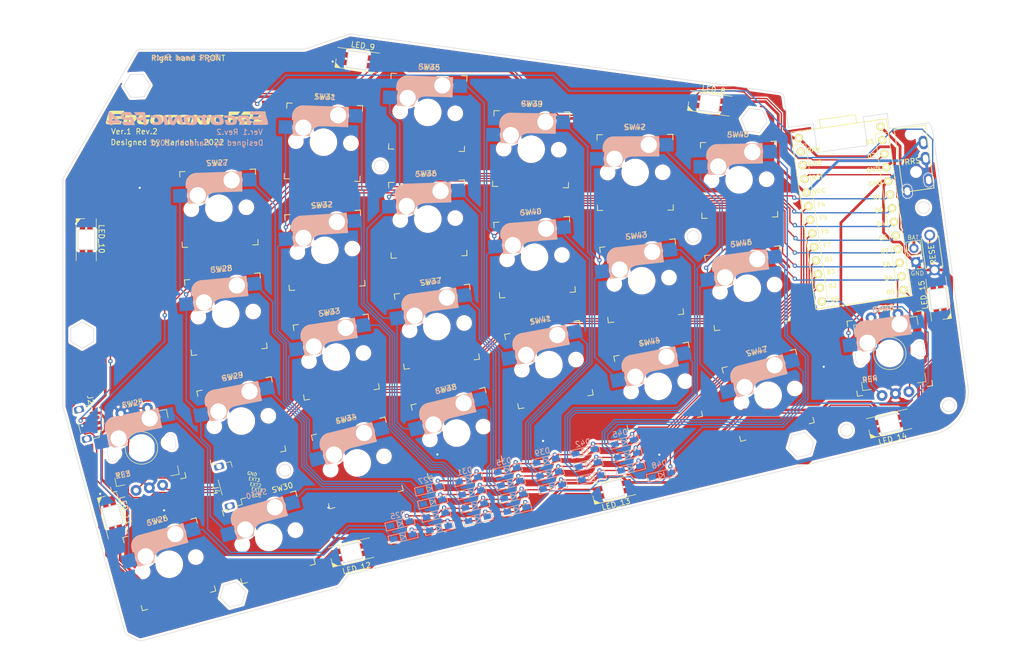
<source format=kicad_pcb>
(kicad_pcb (version 20211014) (generator pcbnew)
  (layers (0 "F.Cu" signal) (31 "B.Cu" signal) (34 "B.Paste" user) (35 "F.Paste" user) (36 "B.SilkS" user "B.Silkscreen") (37 "F.SilkS" user "F.Silkscreen") (38 "B.Mask" user) (39 "F.Mask" user) (44 "Edge.Cuts" user))
  (net 0 "")
  (net 1 "R7")
  (net 2 "Net-(D25-Pad2)")
  (net 3 "R8")
  (net 4 "Net-(D26-Pad2)")
  (net 5 "R5")
  (net 6 "Net-(D27-Pad2)")
  (net 7 "R6")
  (net 8 "Net-(D28-Pad2)")
  (net 9 "Net-(D29-Pad2)")
  (net 10 "Net-(D30-Pad2)")
  (net 11 "Net-(D31-Pad2)")
  (net 12 "Net-(D32-Pad2)")
  (net 13 "Net-(D33-Pad2)")
  (net 14 "Net-(D34-Pad2)")
  (net 15 "Net-(D35-Pad2)")
  (net 16 "Net-(D36-Pad2)")
  (net 17 "Net-(D37-Pad2)")
  (net 18 "Net-(D38-Pad2)")
  (net 19 "Net-(D39-Pad2)")
  (net 20 "Net-(D40-Pad2)")
  (net 21 "Net-(D41-Pad2)")
  (net 22 "Net-(D42-Pad2)")
  (net 23 "Net-(D43-Pad2)")
  (net 24 "Net-(D44-Pad2)")
  (net 25 "Net-(D45-Pad2)")
  (net 26 "Net-(D46-Pad2)")
  (net 27 "Net-(D47-Pad2)")
  (net 28 "D48")
  (net 29 "VCC2")
  (net 30 "GND2")
  (net 31 "DATA2")
  (net 33 "ENC2_A")
  (net 34 "ENC2_B")
  (net 35 "ENC2_PUSH")
  (net 36 "Net-(LED_8-Pad2)")
  (net 37 "LED2")
  (net 38 "Net-(LED_10-Pad4)")
  (net 39 "Net-(LED_10-Pad2)")
  (net 40 "Net-(LED_11-Pad2)")
  (net 41 "Net-(LED_12-Pad2)")
  (net 42 "Net-(LED_13-Pad2)")
  (net 43 "Net-(LED_14-Pad2)")
  (net 45 "RE4A")
  (net 46 "RE4B")
  (net 47 "C8")
  (net 48 "C9")
  (net 49 "C10")
  (net 50 "C11")
  (net 51 "C12")
  (net 52 "C13")
  (net 53 "C14")
  (net 54 "RESET2")
  (net 56 "BAT2")
  (footprint "kbd:CherryMX_Hotswap" (layer "F.Cu") (at 21.651 99.366 15.11)
    (fp_text reference "SW26" hide)
    (fp_text value "SW_PUSH" hide)
  )
  (footprint "willow:ProMicro" (layer "F.Cu") (at 147.413 33.53 8)
    (fp_text reference "U2" hide)
    (fp_text value "ProMicro" hide)
  )
  (footprint "kbd:CherryMX_Hotswap" (layer "F.Cu") (at 52.482 61.083 8.51)
    (fp_text reference "SW33" hide)
    (fp_text value "SW_PUSH" hide)
  )
  (footprint "kbd:YS-SK6812MINI-E" (layer "F.Cu") (at 11.189 90.443 -74.88)
    (fp_text reference "LED_11")
    (fp_text value "YS-SK6812MINI-E")
    (fp_line (start -1.8 -1.55) (end -1.8 1.55) (layer "Edge.Cuts") (width 0.12))
    (fp_line (start -1.8 1.55) (end 1.8 1.55) (layer "Edge.Cuts") (width 0.12))
    (fp_line (start 1.8 1.55) (end 1.8 -1.55) (layer "Edge.Cuts") (width 0.12))
    (fp_line (start 1.8 -1.55) (end -1.8 -1.55) (layer "Edge.Cuts") (width 0.12))
  )
  (footprint "kbd:CherryMX_Hotswap" (layer "F.Cu") (at 69.388 35.574 2.02)
    (fp_text reference "SW36" hide)
    (fp_text value "SW_PUSH" hide)
  )
  (footprint "kbd:YS-SK6812MINI-E" (layer "F.Cu") (at 121.466 14.19 -8)
    (fp_text reference "LED_8")
    (fp_text value "YS-SK6812MINI-E")
    (fp_line (start 1.8 -1.55) (end -1.8 -1.55) (layer "Edge.Cuts") (width 0.12))
    (fp_line (start -1.8 -1.55) (end -1.8 1.55) (layer "Edge.Cuts") (width 0.12))
    (fp_line (start 1.8 1.55) (end 1.8 -1.55) (layer "Edge.Cuts") (width 0.12))
    (fp_line (start -1.8 1.55) (end 1.8 1.55) (layer "Edge.Cuts") (width 0.12))
  )
  (footprint "kbd:CherryMX_Hotswap" (layer "F.Cu") (at 132.235 68.138 14.39)
    (fp_text reference "SW47" hide)
    (fp_text value "SW_PUSH" hide)
  )
  (footprint "kbd:CherryMX_Hotswap" (layer "F.Cu") (at 74.723 75.12 13.47)
    (fp_text reference "SW38" hide)
    (fp_text value "SW_PUSH" hide)
  )
  (footprint "kbd:CherryMX_Hotswap" (layer "F.Cu") (at 71.065 55.46 7.62)
    (fp_text reference "SW37" hide)
    (fp_text value "SW_PUSH" hide)
  )
  (footprint "kbd:CherryMX_Hotswap" (layer "F.Cu") (at 111.928 66.492999 10.85)
    (fp_text reference "SW44" hide)
    (fp_text value "SW_PUSH" hide)
  )
  (footprint "willow:RotaryEncoder_Alps_EC11E-Switch_Vertical_H20mm_rev2" (layer "F.Cu") (at 16.523 77.875 101.13)
    (fp_text reference "RE3")
    (fp_text value "RotaryEncoder_Switch")
  )
  (footprint "kbd:CherryMX_Hotswap" (layer "F.Cu") (at 40.041 94.399 15.12)
    (fp_text reference "SW30" hide)
    (fp_text value "SW_PUSH" hide)
  )
  (footprint "kbd:ResetSW_1side" (layer "F.Cu") (at 162.517 41.759 98)
    (fp_text reference "SW_RESET2" hide)
    (fp_text value "SW_PUSH")
  )
  (footprint "kbd:CherryMX_Hotswap" (layer "F.Cu") (at 126.864 28.321 1.12)
    (fp_text reference "SW45" hide)
    (fp_text value "SW_PUSH" hide)
  )
  (footprint "kbd:YS-SK6812MINI-E" (layer "F.Cu") (at 56.373 6.23 -8)
    (fp_text reference "LED_9")
    (fp_text value "YS-SK6812MINI-E")
    (fp_line (start 1.8 -1.55) (end -1.8 -1.55) (layer "Edge.Cuts") (width 0.12))
    (fp_line (start 1.8 1.55) (end 1.8 -1.55) (layer "Edge.Cuts") (width 0.12))
    (fp_line (start -1.8 -1.55) (end -1.8 1.55) (layer "Edge.Cuts") (width 0.12))
    (fp_line (start -1.8 1.55) (end 1.8 1.55) (layer "Edge.Cuts") (width 0.12))
  )
  (footprint "kbd:CherryMX_Hotswap" (layer "F.Cu") (at 89.099 42.625 4.58)
    (fp_text reference "SW40" hide)
    (fp_text value "SW_PUSH" hide)
  )
  (footprint "kbd:MJ-4PP-9_1side" (layer "F.Cu") (at 158.363 18.464 8)
    (fp_text reference "TRRS2")
    (fp_text value "MJ-4PP-9" hide)
  )
  (footprint "kbd:CherryMX_Hotswap" (layer "F.Cu") (at 107.68 26.959 0.29)
    (fp_text reference "SW42" hide)
    (fp_text value "SW_PUSH" hide)
  )
  (footprint "kbd:CherryMX_Hotswap" (layer "F.Cu") (at 56.373 80.64 14)
    (fp_text reference "SW34" hide)
    (fp_text value "SW_PUSH" hide)
  )
  (footprint "kbd:YS-SK6812MINI-E" (layer "F.Cu") (at 154.563 73.368 13.5)
    (fp_text reference "LED_14")
    (fp_text value "YS-SK6812MINI-E")
    (fp_line (start 1.8 1.55) (end 1.8 -1.55) (layer "Edge.Cuts") (width 0.12))
    (fp_line (start -1.8 -1.55) (end -1.8 1.55) (layer "Edge.Cuts") (width 0.12))
    (fp_line (start 1.8 -1.55) (end -1.8 -1.55) (layer "Edge.Cuts") (width 0.12))
    (fp_line (start -1.8 1.55) (end 1.8 1.55) (layer "Edge.Cuts") (width 0.12))
  )
  (footprint "kbd:CherryMX_Hotswap" (layer "F.Cu") (at 32.088 53.145 5.43)
    (fp_text reference "SW28" hide)
    (fp_text value "SW_PUSH" hide)
  )
  (footprint "kbd:CherryMX_Hotswap" (layer "F.Cu") (at 50.387 41.351 3.62)
    (fp_text reference "SW32" hide)
    (fp_text value "SW_PUSH" hide)
  )
  (footprint "kbd:CherryMX_Hotswap" (layer "F.Cu") (at 91.759 62.481 10.66)
    (fp_text reference "SW41" hide)
    (fp_text value "SW_PUSH" hide)
  )
  (footprint "kbd:CherryMX_Hotswap" (layer "F.Cu") (at 34.956 72.904 11.08)
    (fp_text reference "SW29" hide)
    (fp_text value "SW_PUSH" hide)
  )
  (footprint "kbd:YS-SK6812MINI-E" (layer "F.Cu") (at 6.322 39.397 -90)
    (fp_text reference "LED_10")
    (fp_text value "YS-SK6812MINI-E")
    (fp_line (start -1.8 -1.55) (end -1.8 1.55) (layer "Edge.Cuts") (width 0.12))
    (fp_line (start 1.8 -1.55) (end -1.8 -1.55) (layer "Edge.Cuts") (width 0.12))
    (fp_line (start -1.8 1.55) (end 1.8 1.55) (layer "Edge.Cuts") (width 0.12))
    (fp_line (start 1.8 1.55) (end 1.8 -1.55) (layer "Edge.Cuts") (width 0.12))
  )
  (footprint "e3w2q:JST_SH_BM03B-SRSS-TB_1x06-1MP_P1.00mm_Vertical" (layer "F.Cu") (at 33 84.652 105.12)
    (fp_text reference "J4")
    (fp_text value "Conn_01x06")
  )
  (footprint "e3w2q:JST_SH_BM03B-SRSS-TB_1x04-1MP_P1.00mm_Vertical" (layer "F.Cu") (at 6.871 73.183 105.12)
    (fp_text reference "J2")
    (fp_text value "Conn_01x04")
  )
  (footprint "kbd:CherryMX_Hotswap" (layer "F.Cu") (at 50.117 21.376 -2.05)
    (fp_text reference "SW31" hide)
    (fp_text value "SW_PUSH" hide)
  )
  (footprint "willow:PinHeader_1x02_P2.54mm_Vertical" (layer "F.Cu") (at 159.5 43.5 -172)
    (fp_text reference "BAT2" hide)
    (fp_text value "Conn_01x02")
  )
  (footprint "kbd:YS-SK6812MINI-E" (layer "F.Cu") (at 103.595 85.575 13.5)
    (fp_text reference "LED_13")
    (fp_text value "YS-SK6812MINI-E")
    (fp_line (start 1.8 -1.55) (end -1.8 -1.55) (layer "Edge.Cuts") (width 0.12))
    (fp_line (start -1.8 1.55) (end 1.8 1.55) (layer "Edge.Cuts") (width 0.12))
    (fp_line (start -1.8 -1.55) (end -1.8 1.55) (layer "Edge.Cuts") (width 0.12))
    (fp_line (start 1.8 1.55) (end 1.8 -1.55) (layer "Edge.Cuts") (width 0.12))
  )
  (footprint "kbd:CherryMX_Hotswap" (layer "F.Cu") (at 108.881 46.979 6.55)
    (fp_text reference "SW43" hide)
    (fp_text value "SW_PUSH" hide)
  )
  (footprint "kbd:CherryMX_Hotswap" (layer "F.Cu") (at 154.699 60.41 8)
    (fp_text reference "SW48" hide)
    (fp_text value "SW_PUSH" hide)
  )
  (footprint "kbd:CherryMX_Hotswap" (layer "F.Cu") (at 69.381 15.87 -1.98)
    (fp_text reference "SW35" hide)
    (fp_text value "SW_PUSH" hide)
  )
  (footprint "kbd:CherryMX_Hotswap" (layer "F.Cu") (at 128.387 48.354 7.57)
    (fp_text reference "SW46" hide)
    (fp_text value "SW_PUSH" hide)
  )
  (footprint "willow:RotaryEncoder_Alps_EC11E-Switch_Vertical_H20mm_rev2" (layer "F.Cu") (at 154.699 60.41 98)
    (fp_text reference "RE4")
    (fp_text value "RotaryEncoder_Switch")
  )
  (footprint "willow:f24logo_f_silk" (layer "F.Cu") (at 24.8 17.1)
    (fp_text reference "G***" hide)
    (fp_text value "LOGO" hide)
  )
  (footprint "kbd:CherryMX_Hotswap" (layer "F.Cu") (at 30.814 33.577 2.02)
    (fp_text reference "SW27" hide)
    (fp_text value "SW_PUSH" hide)
  )
  (footprint "kbd:CherryMX_Hotswap" (layer "F.Cu") (at 16.523 77.875 11.13)
    (fp_text reference "SW25" hide)
    (fp_text value "SW_PUSH" hide)
  )
  (footprint "kbd:YS-SK6812MINI-E" (layer "F.Cu") (at 163.71 50.297 98)
    (fp_text reference "LED_15")
    (fp_text value "YS-SK6812MINI-E")
    (fp_line (start 1.8 1.55) (end 1.8 -1.55) (layer "Edge.Cuts") (width 0.12))
    (fp_line (start 1.8 -1.55) (end -1.8 -1.55) (layer "Edge.Cuts") (width 0.12))
    (fp_line (start -1.8 1.55) (end 1.8 1.55) (layer "Edge.Cuts") (width 0.12))
    (fp_line (start -1.8 -1.55) (end -1.8 1.55) (layer "Edge.Cuts") (width 0.12))
  )
  (footprint "kbd:CherryMX_Hotswap" (layer "F.Cu") (at 88.483 22.671 -1.06)
    (fp_text reference "SW39" hide)
    (fp_text value "SW_PUSH" hide)
  )
  (footprint "kbd:YS-SK6812MINI-E" (layer "F.Cu") (at 55.244 97.177 13.5)
    (fp_text reference "LED_12")
    (fp_text value "YS-SK6812MINI-E")
    (fp_line (start -1.8 -1.55) (end -1.8 1.55) (layer "Edge.Cuts") (width 0.12))
    (fp_line (start 1.8 -1.55) (end -1.8 -1.55) (layer "Edge.Cuts") (width 0.12))
    (fp_line (start 1.8 1.55) (end 1.8 -1.55) (layer "Edge.Cuts") (width 0.12))
    (fp_line (start -1.8 1.55) (end 1.8 1.55) (layer "Edge.Cuts") (width 0.12))
  )
  (footprint "kbd:D3_SMD_v2" (layer "B.Cu") (at 70.302 87.834 -166.5)
    (fp_text reference "D28" hide)
    (fp_text value "1N4148W" hide)
  )
  (footprint "kbd:D3_SMD_v2" (layer "B.Cu") (at 78.648 90.973 -166.5)
    (fp_text reference "D34" hide)
    (fp_text value "1N4148W" hide)
  )
  (footprint "kbd:D3_SMD_v2" (layer "B.Cu") (at 98.432 78.51 -166.5)
    (fp_text reference "D42" hide)
    (fp_text value "1N4148W" hide)
  )
  (footprint "kbd:D3_SMD_v2" (layer "B.Cu") (at 106.835 81.634 -166.5)
    (fp_text reference "D47" hide)
    (fp_text value "1N4148W" hide)
  )
  (footprint "kbd:D3_SMD_v2" (layer "B.Cu") (at 78.064 88.542 -166.5)
    (fp_text reference "D33" hide)
    (fp_text value "1N4148W" hide)
  )
  (footprint "kbd:D3_SMD_v2" (layer "B.Cu") (at 69.719 85.403 -166.5)
    (fp_text reference "D27" hide)
    (fp_text value "1N4148W" hide)
  )
  (footprint "kbd:D3_SMD_v2" (layer "B.Cu") (at 64.837999 94.3 -166.5)
    (fp_text reference "D26" hide)
    (fp_text value "1N4148W" hide)
  )
  (footprint "kbd:D3_SMD_v2" (layer "B.Cu") (at 91.253 80.233 -166.5)
    (fp_text reference "D39" hide)
    (fp_text value "1N4148W" hide)
  )
  (footprint "kbd:D3_SMD_v2" (layer "B.Cu") (at 99.015 80.941 -166.5)
    (fp_text reference "D43" hide)
    (fp_text value "1N4148W" hide)
  )
  (footprint "kbd:D3_SMD_v2" (layer "B.Cu") (at 77.481 86.111 -166.5)
    (fp_text reference "D32" hide)
    (fp_text value "1N4148W" hide)
  )
  (footprint "kbd:D3_SMD_v2" (layer "B.Cu") (at 85.242 86.818 -166.5)
    (fp_text reference "D37" hide)
    (fp_text value "1N4148W" hide)
  )
  (footprint "kbd:D3_SMD_v2" (layer "B.Cu") (at 84.659 84.387 -166.5)
    (fp_text reference "D36" hide)
    (fp_text value "1N4148W" hide)
  )
  (footprint "kbd:D3_SMD_v2" (layer "B.Cu") (at 105.668 76.772 -166.5)
    (fp_text reference "D45" hide)
    (fp_text value "1N4148W" hide)
  )
  (footprint "kbd:D3_SMD_v2" (layer "B.Cu") (at 99.599 83.372 -166.5)
    (fp_text reference "D44" hide)
    (fp_text value "1N4148W" hide)
  )
  (footprint "kbd:D3_SMD_v2" (layer "B.Cu") (at 91.837 82.664 -166.5)
    (fp_text reference "D40" hide)
    (fp_text value "1N4148W" hide)
  )
  (footprint "kbd:D3_SMD_v2" (layer "B.Cu") (at 84.075 81.956 -166.5)
    (fp_text reference "D35" hide)
    (fp_text value "1N4148W" hide)
  )
  (footprint "kbd:D3_SMD_v2" (layer "B.Cu") (at 112.536 82.885 -166.5)
    (fp_text reference "D48" hide)
    (fp_text value "1N4148W" hide)
  )
  (footprint "willow:f24logo_f_silk" (layer "B.Cu") (at 25.048618 17.2 180)
    (fp_text reference "G***" hide)
    (fp_text value "LOGO" hide)
  )
  (footprint "kbd:D3_SMD_v2" (layer "B.Cu") (at 76.897 83.68 -166.5)
    (fp_text reference "D31" hide)
    (fp_text value "1N4148W" hide)
  )
  (footprint "kbd:D3_SMD_v2" (layer "B.Cu") (at 85.826 89.249 -166.5)
    (fp_text reference "D38" hide)
    (fp_text value "1N4148W" hide)
  )
  (footprint "kbd:D3_SMD_v2" (layer "B.Cu") (at 64.254 91.869 -166.5)
    (fp_text reference "D25" hide)
    (fp_text value "1N4148W" hide)
  )
  (footprint "kbd:D3_SMD_v2" (layer "B.Cu") (at 106.251 79.203 -166.5)
    (fp_text reference "D46" hide)
    (fp_text value "1N4148W" hide)
  )
  (footprint "kbd:D3_SMD_v2" (layer "B.Cu") (at 92.421 85.095 -166.5)
    (fp_text reference "D41" hide)
    (fp_text value "1N4148W" hide)
  )
  (footprint "kbd:D3_SMD_v2" (layer "B.Cu") (at 71.47 92.696 -166.5)
    (fp_text reference "D30" hide)
    (fp_text value "1N4148W" hide)
  )
  (footprint "kbd:D3_SMD_v2" (layer "B.Cu") (at 70.886 90.265 -166.5)
    (fp_text reference "D29" hide)
    (fp_text value "1N4148W" hide)
  )
  (gr_curve (pts (xy 2.131524 27.959878) (xy 2.045396 28.110838) (xy 2.000093 28.281629) (xy 2.000093 28.455412)) (layer "Edge.Cuts") (width 0.09))
  (gr_line (start 130.596213 19.617091) (end 128.194132 19.285436) (layer "Edge.Cuts") (width 0.09))
  (gr_curve (pts (xy 141.322446 23.272094) (xy 141.322446 23.272094) (xy 140.577595 17.97218) (xy 140.577595 17.97218)) (layer "Edge.Cuts") (width 0.09))
  (gr_line (start 135.974847 77.867495) (end 136.654983 75.539963) (layer "Edge.Cuts") (width 0.09))
  (gr_curve (pts (xy 13.438801 111.84931) (xy 13.514119 112.123195) (xy 13.702351 112.352143) (xy 13.956512 112.478987)) (layer "Edge.Cuts") (width 0.09))
  (gr_curve (pts (xy 134.320548 12.188726) (xy 134.320548 12.188726) (xy 55.285428 1.369124) (xy 55.285428 1.369124)) (layer "Edge.Cuts") (width 0.09))
  (gr_curve (pts (xy 140.577595 17.97218) (xy 140.577595 17.97218) (xy 135.959509 18.621215) (xy 135.959509 18.621215)) (layer "Edge.Cuts") (width 0.09))
  (gr_line (start 7.686835 58.230867) (end 5.586834 59.443296) (layer "Edge.Cuts") (width 0.09))
  (gr_line (start 31.074132 105.604723) (end 31.69703 103.261224) (layer "Edge.Cuts") (width 0.09))
  (gr_curve (pts (xy 53.265117 103.315894) (xy 53.265117 103.315894) (xy 54.518851 101.591) (xy 54.518851 101.591)) (layer "Edge.Cuts") (width 0.09))
  (gr_curve (pts (xy 52.718272 103.693003) (xy 52.938199 103.633295) (xy 53.131124 103.50025) (xy 53.265117 103.315894)) (layer "Edge.Cuts") (width 0.09))
  (gr_curve (pts (xy 169.130202 66.411622) (xy 169.130202 66.411622) (xy 162.728181 19.980628) (xy 162.728181 19.980628)) (layer "Edge.Cuts") (width 0.09))
  (gr_line (start 35.75609 104.340117) (end 35.133191 106.683616) (layer "Edge.Cuts") (width 0.09))
  (gr_line (start 3.486844 55.805987) (end 5.586845 54.593558) (layer "Edge.Cuts") (width 0.09))
  (gr_curve (pts (xy 154.600705 18.828502) (xy 154.600705 18.828502) (xy 154.211065 16.056126) (xy 154.211065 16.056126)) (layer "Edge.Cuts") (width 0.09))
  (gr_curve (pts (xy 54.829405 1.412597) (xy 54.829405 1.412597) (xy 46.794646 4.130196) (xy 46.794646 4.130196)) (layer "Edge.Cuts") (width 0.09))
  (gr_curve (pts (xy 13.956512 112.478987) (xy 13.956512 112.478987) (xy 15.872502 113.435109) (xy 15.872502 113.435109)) (layer "Edge.Cuts") (width 0.09))
  (gr_curve (pts (xy 135.959509 18.621215) (xy 135.959509 18.621215) (xy 135.175168 13.040311) (xy 135.175168 13.040311)) (layer "Edge.Cuts") (width 0.09))
  (gr_line (start 16.96898 12.998171) (end 14.545588 13.082792) (layer "Edge.Cuts") (width 0.09))
  (gr_line (start 3.486838 58.230857) (end 3.486844 55.805987) (layer "Edge.Cuts") (width 0.09))
  (gr_line (start 131.170656 15.456564) (end 132.084475 17.702655) (layer "Edge.Cuts") (width 0.09))
  (gr_curve (pts (xy 135.175168 13.040311) (xy 135.112898 12.597228) (xy 134.763846 12.249425) (xy 134.320548 12.188726)) (layer "Edge.Cuts") (width 0.09))
  (gr_line (start 7.686841 55.805997) (end 7.686835 58.230867) (layer "Edge.Cuts") (width 0.09))
  (gr_curve (pts (xy 55.285428 1.369124) (xy 55.1321 1.34813) (xy 54.975994 1.363009) (xy 54.829405 1.412597)) (layer "Edge.Cuts") (width 0.09))
  (gr_curve (pts (xy 149.803582 16.675554) (xy 149.803582 16.675554) (xy 150.548433 21.975467) (xy 150.548433 21.975467)) (layer "Edge.Cuts") (width 0.09))
  (gr_curve (pts (xy 161.974179 17.792217) (xy 161.974179 17.792217) (xy 154.600705 18.828502) (xy 154.600705 18.828502)) (layer "Edge.Cuts") (width 0.09))
  (gr_curve (pts (xy 163.072734 75.283303) (xy 167.07236 74.323069) (xy 169.692032 70.486352) (xy 169.130202 66.411622)) (layer "Edge.Cuts") (width 0.09))
  (gr_curve (pts (xy 16.581072 113.50541) (xy 16.581072 113.50541) (xy 52.718272 103.693003) (xy 52.718272 103.693003)) (layer "Edge.Cuts") (width 0.09))
  (gr_line (start 128.194132 19.285436) (end 127.280313 17.039345) (layer "Edge.Cuts") (width 0.09))
  (gr_line (start 128.768575 15.124909) (end 131.170656 15.456564) (layer "Edge.Cuts") (width 0.09))
  (gr_circle (center 146.689817 74.603961) (end 147.789817 74.603961) (layer "Edge.Cuts") (width 0.09) (fill none))
  (gr_line (start 136.654983 75.539963) (end 139.010753 74.965213) (layer "Edge.Cuts") (width 0.09))
  (gr_line (start 5.586845 54.593558) (end 7.686841 55.805997) (layer "Edge.Cuts") (width 0.09))
  (gr_curve (pts (xy 55.094312 101.206592) (xy 55.094312 101.206592) (xy 163.072734 75.283303) (xy 163.072734 75.283303)) (layer "Edge.Cuts") (width 0.09))
  (gr_curve (pts (xy 15.408448 4.687397) (xy 15.408448 4.687397) (xy 2.131524 27.959878) (xy 2.131524 27.959878)) (layer "Edge.Cuts") (width 0.09))
  (gr_curve (pts (xy 2.035879 70.375183) (xy 2.035879 70.375183) (xy 13.438801 111.84931) (xy 13.438801 111.84931)) (layer "Edge.Cuts") (width 0.09))
  (gr_curve (pts (xy 54.518851 101.591) (xy 54.658808 101.398462) (xy 54.862866 101.262144) (xy 55.094312 101.206592)) (layer "Edge.Cuts") (width 0.09))
  (gr_line (start 32.792212 107.315919) (end 31.074132 105.604723) (layer "Edge.Cuts") (width 0.09))
  (gr_curve (pts (xy 2.000093 28.455412) (xy 2.000093 28.455412) (xy 2.000093 70.110083) (xy 2.000093 70.110083)) (layer "Edge.Cuts") (width 0.09))
  (gr_circle (center 60.625647 25.768284) (end 61.725647 25.768284) (layer "Edge.Cuts") (width 0.09) (fill none))
  (gr_line (start 16.822412 8.800733) (end 18.107392 10.857142) (layer "Edge.Cuts") (width 0.09))
  (gr_line (start 127.280313 17.039345) (end 128.768575 15.124909) (layer "Edge.Cuts") (width 0.09))
  (gr_curve (pts (xy 16.277043 4.182927) (xy 15.917934 4.182927) (xy 15.586409 4.375465) (xy 15.408448 4.687397)) (layer "Edge.Cuts") (width 0.09))
  (gr_line (start 132.084475 17.702655) (end 130.596213 19.617091) (layer "Edge.Cuts") (width 0.09))
  (gr_line (start 14.39902 8.885354) (end 16.822412 8.800733) (layer "Edge.Cuts") (width 0.09))
  (gr_line (start 137.65048 79.620276) (end 135.974847 77.867495) (layer "Edge.Cuts") (width 0.09))
  (gr_curve (pts (xy 150.548433 21.975467) (xy 150.548433 21.975467) (xy 141.322446 23.272094) (xy 141.322446 23.272094)) (layer "Edge.Cuts") (width 0.09))
  (gr_line (start 18.107392 10.857142) (end 16.96898 12.998171) (layer "Edge.Cuts") (width 0.09))
  (gr_line (start 140.00625 79.045526) (end 137.65048 79.620276) (layer "Edge.Cuts") (width 0.09))
  (gr_curve (pts (xy 162.728181 19.980628) (xy 162.619144 19.189892) (xy 162.357036 18.450962) (xy 161.974179 17.792217)) (layer "Edge.Cuts") (width 0.09))
  (gr_circle (center 165.568988 70.054061) (end 166.668988 70.054061) (layer "Edge.Cuts") (width 0.09) (fill none))
  (gr_curve (pts (xy 15.872502 113.435109) (xy 16.092063 113.544684) (xy 16.344244 113.569704) (xy 16.581072 113.50541)) (layer "Edge.Cuts") (width 0.09))
  (gr_circle (center 118.380411 38.811769) (end 119.480411 38.811769) (layer "Edge.Cuts") (width 0.09) (fill none))
  (gr_line (start 5.586834 59.443296) (end 3.486838 58.230857) (layer "Edge.Cuts") (width 0.09))
  (gr_circle (center 160.93529 33.451413) (end 162.03529 33.451413) (layer "Edge.Cuts") (width 0.09) (fill none))
  (gr_line (start 31.69703 103.261224) (end 34.038009 102.628921) (layer "Edge.Cuts") (width 0.09))
  (gr_line (start 13.260608 11.026383) (end 14.39902 8.885354) (layer "Edge.Cuts") (width 0.09))
  (gr_line (start 140.686387 76.717994) (end 140.00625 79.045526) (layer "Edge.Cuts") (width 0.09))
  (gr_line (start 34.038009 102.628921) (end 35.75609 104.340117) (layer "Edge.Cuts") (width 0.09))
  (gr_line (start 139.010753 74.965213) (end 140.686387 76.717994) (layer "Edge.Cuts") (width 0.09))
  (gr_line (start 14.545588 13.082792) (end 13.260608 11.026383) (layer "Edge.Cuts") (width 0.09))
  (gr_line (start 35.133191 106.683616) (end 32.792212 107.315919) (layer "Edge.Cuts") (width 0.09))
  (gr_curve (pts (xy 2.000093 70.110083) (xy 2.000093 70.199656) (xy 2.01213 70.288819) (xy 2.035879 70.375183)) (layer "Edge.Cuts") (width 0.09))
  (gr_curve (pts (xy 46.794646 4.130196) (xy 46.691444 4.16512) (xy 46.583203 4.182927) (xy 46.474252 4.182927)) (layer "Edge.Cuts") (width 0.09))
  (gr_curve (pts (xy 46.474252 4.182927) (xy 46.474252 4.182927) (xy 16.277043 4.182927) (xy 16.277043 4.182927)) (layer "Edge.Cuts") (width 0.09))
  (gr_curve (pts (xy 154.211065 16.056126) (xy 154.211065 16.056126) (xy 149.803582 16.675554) (xy 149.803582 16.675554)) (layer "Edge.Cuts") (width 0.09))
  (gr_circle (center 43 82) (end 44.1 82) (layer "Edge.Cuts") (width 0.09) (fill none))
  (gr_text "D35" (at 83.439 80.413359 13.5) (layer "B.SilkS") (effects (font (size 1 1)) (justify mirror)))
  (gr_text "Designed by Hanachi, 2022" (at 28.548618 21.5) (layer "B.SilkS") (effects (font (size 1 1)) (justify mirror)))
  (gr_text "D45" (at 104.902 75.184 13.5) (layer "B.SilkS") (effects (font (size 1 1)) (justify mirror)))
  (gr_text "D25" (at 63.881 90.297 13.5) (layer "B.SilkS") (effects (font (size 1 1)) (justify mirror)))
  (gr_text "D39" (at 90.551 78.613 13.5) (layer "B.SilkS") (effects (font (size 1 1)) (justify mirror)))
  (gr_text "D27" (at 69.088 83.82 13.5) (layer "B.SilkS") (effects (font (size 1 1)) (justify mirror)))
  (gr_text "D31" (at 76.2 82.169 13.5) (layer "B.SilkS") (effects (font (size 1 1)) (justify mirror)))
  (gr_text "Ver.1 Rev.2" (at 34.648618 19.5) (layer "B.SilkS") (effects (font (size 1 1)) (justify mirror)))
  (gr_text "D42" (at 98.044 76.962 13.5) (layer "B.SilkS") (effects (font (size 1 1)) (justify mirror)))
  (gr_text "Right hand Back" (at 24.638 5.715) (layer "B.SilkS") (effects (font (size 1 1)) (justify mirror)))
  (gr_text "D48" (at 112.141 80.899 13.5) (layer "B.SilkS") (effects (font (size 1 1)) (justify mirror)))
  (gr_text "Right hand FRONT\n" (at 25.146 5.842) (layer "F.SilkS") (effects (font (size 1 1))))
  (gr_text "EXT2" (at 37.592 84.709 -10) (layer "F.SilkS") (effects (font (size 0.6 0.6) (thickness 0.1))))
  (gr_text "Ver.1 Rev.2" (at 15.2 19.4) (layer "F.SilkS") (effects (font (size 1 1))))
  (gr_text "J2" (at 7.112 68.961 -80) (layer "F.SilkS") (effects (font (size 1 1))))
  (gr_text "EXT3" (at 37.846 85.598 -10) (layer "F.SilkS") (effects (font (size 0.6 0.6) (thickness 0.1))))
  (gr_text "VCC DATA GND" (at 9.144 72.009 -75) (layer "F.SilkS") (effects (font (size 0.4 0.3) (thickness 0.05))))
  (gr_text "EXT3" (at 37.338 83.693 -10) (layer "F.SilkS") (effects (font (size 0.6 0.6) (thickness 0.1))))
  (gr_text "J4" (at 30.3 85.6 -80) (layer "F.SilkS") (effects (font (size 1 1))))
  (gr_text "GND\n" (at 36.957 82.677 -10) (layer "F.SilkS") (effects (font (size 0.6 0.6) (thickness 0.1))))
  (gr_text "VCC" (at 37.846 86.614 -10) (layer "F.SilkS") (effects (font (size 0.6 0.6) (thickness 0.1))))
  (gr_text "GND" (at 159.8 45.6) (layer "F.SilkS") (effects (font (size 0.8 0.8) (thickness 0.1))))
  (gr_text "Designed by Hanachi, 2022" (at 21.3 21.4) (layer "F.SilkS") (effects (font (size 1 1))))
  (gr_text "BAT" (at 159 39) (layer "F.SilkS") (effects (font (size 0.8 0.8) (thickness 0.1))))
  (segment (start 99.334 83.8) (end 94.1 83.8) (width 0.25) (layer "F.Cu") (net 1))
  (segment (start 94.1 83.8) (end 94 83.7) (width 0.25) (layer "F.Cu") (net 1))
  (segment (start 77.673 89.027) (end 72.527 89.027) (width 0.25) (layer "F.Cu") (net 1))
  (segment (start 101.092 82.042) (end 99.334 83.8) (width 0.25) (layer "F.Cu") (net 1))
  (segment (start 92.102 85.598) (end 94 83.7) (width 0.25) (layer "F.Cu") (net 1))
  (segment (start 65.532 90.424) (end 70.876 90.424) (width 0.25) (layer "F.Cu") (net 1))
  (segment (start 101.092 82.042) (end 106.458 82.042) (width 0.25) (layer "F.Cu") (net 1))
  (segment (start 86.898 85.598) (end 92.102 85.598) (width 0.25) (layer "F.Cu") (net 1))
  (segment (start 72.527 89.027) (end 72.4 88.9) (width 0.25) (layer "F.Cu") (net 1))
  (segment (start 79.6 87.1) (end 79.876 87.376) (width 0.25) (layer "F.Cu") (net 1))
  (segment (start 140.709535 48.292176) (end 108.801711 80.2) (width 0.25) (layer "F.Cu") (net 1))
  (segment (start 108.801711 80.2) (end 108.3 80.2) (width 0.25) (layer "F.Cu") (net 1))
  (segment (start 141.443646 45.761813) (end 140.709535 46.495924) (width 0.25) (layer "F.Cu") (net 1))
  (segment (start 140.709535 46.495924) (end 140.709535 48.292176) (width 0.25) (layer "F.Cu") (net 1))
  (segment (start 106.458 82.042) (end 108.3 80.2) (width 0.25) (layer "F.Cu") (net 1))
  (segment (start 79.6 87.1) (end 77.673 89.027) (width 0.25) (layer "F.Cu") (net 1))
  (segment (start 79.876 87.376) (end 84.724 87.376) (width 0.25) (layer "F.Cu") (net 1))
  (segment (start 84.724 87.376) (end 86.7 85.4) (width 0.25) (layer "F.Cu") (net 1))
  (segment (start 70.876 90.424) (end 72.4 88.9) (width 0.25) (layer "F.Cu") (net 1))
  (segment (start 86.7 85.4) (end 86.898 85.598) (width 0.25) (layer "F.Cu") (net 1))
  (via (at 101.092 82.042) (size 0.8) (drill 0.4) (layers "F.Cu" "B.Cu") (net 1))
  (via (at 86.7 85.4) (size 0.8) (drill 0.4) (layers "F.Cu" "B.Cu") (net 1))
  (via (at 108.3 80.2) (size 0.8) (drill 0.4) (layers "F.Cu" "B.Cu") (net 1))
  (via (at 79.6 87.1) (size 0.8) (drill 0.4) (layers "F.Cu" "B.Cu") (net 1))
  (via (at 65.532 90.424) (size 0.8) (drill 0.4) (layers "F.Cu" "B.Cu") (net 1))
  (via (at 94 83.7) (size 0.8) (drill 0.4) (layers "F.Cu" "B.Cu") (net 1))
  (via (at 72.4 88.9) (size 0.8) (drill 0.4) (layers "F.Cu" "B.Cu") (net 1))
  (segment (start 79.789957 88.127634) (end 79.789957 87.289957) (width 0.25) (layer "B.Cu") (net 1))
  (segment (start 101.092 82.042) (end 101.092 82.724677) (width 0.25) (layer "B.Cu") (net 1))
  (segment (start 108.560957 81.219634) (end 108.560957 80.460957) (width 0.25) (layer "B.Cu") (net 1))
  (segment (start 72.611957 89.111957) (end 72.4 88.9) (width 0.25) (layer "B.Cu") (net 1))
  (segment (start 72.611957 89.850634) (end 72.611957 89.111957) (width 0.25) (layer "B.Cu") (net 1))
  (segment (start 79.789957 87.289957) (end 79.6 87.1) (width 0.25) (layer "B.Cu") (net 1))
  (segment (start 65.979957 91.454634) (end 65.979957 90.871957) (width 0.25) (layer "B.Cu") (net 1))
  (segment (start 86.967957 85.667957) (end 86.7 85.4) (width 0.25) (layer "B.Cu") (net 1))
  (segment (start 94.146957 84.680634) (end 94.146957 83.846957) (width 0.25) (layer "B.Cu") (net 1))
  (segment (start 101.092 82.724677) (end 101.324957 82.957634) (width 0.25) (layer "B.Cu") (net 1))
  (segment (start 65.979957 90.871957) (end 65.532 90.424) (width 0.25) (layer "B.Cu") (net 1))
  (segment (start 86.967957 86.403634) (end 86.967957 85.667957) (width 0.25) (layer "B.Cu") (net 1))
  (segment (start 108.560957 80.460957) (end 108.3 80.2) (width 0.25) (layer "B.Cu") (net 1))
  (segment (start 94.146957 83.846957) (end 94 83.7) (width 0.25) (layer "B.Cu") (net 1))
  (segment (start 54.655634 92.283366) (end 49.784 97.155) (width 0.25) (layer "B.Cu") (net 2))
  (segment (start 32.99569 97.155) (end 28.750489 92.909799) (width 0.25) (layer "B.Cu") (net 2))
  (segment (start 28.750489 92.909799) (end 28.750489 77.93938) (width 0.25) (layer "B.Cu") (net 2))
  (segment (start 22.57394 71.762831) (end 21.2745 71.762831) (width 0.25) (layer "B.Cu") (net 2))
  (segment (start 28.750489 77.93938) (end 22.57394 71.762831) (width 0.25) (layer "B.Cu") (net 2))
  (segment (start 49.784 97.155) (end 32.99569 97.155) (width 0.25) (layer "B.Cu") (net 2))
  (segment (start 62.528043 92.283366) (end 54.655634 92.283366) (width 0.25) (layer "B.Cu") (net 2))
  (segment (start 66.421 92.964) (end 70.6755 92.964) (width 0.25) (layer "F.Cu") (net 3))
  (segment (start 141.360321 48.277094) (end 141.797146 48.277094) (width 0.25) (layer "F.Cu") (net 3))
  (segment (start 73.025 91.313) (end 78.359 91.313) (width 0.25) (layer "F.Cu") (net 3))
  (segment (start 72.3265 91.313) (end 73.025 91.313) (width 0.25) (layer "F.Cu") (net 3))
  (segment (start 114.173 81.28) (end 114.173 75.464415) (width 0.25) (layer "F.Cu") (net 3))
  (segment (start 70.6755 92.964) (end 72.3265 91.313) (width 0.25) (layer "F.Cu") (net 3))
  (segment (start 85.598 89.662) (end 87.376 87.884) (width 0.25) (layer "F.Cu") (net 3))
  (segment (start 78.359 91.313) (end 80.01 89.662) (width 0.25) (layer "F.Cu") (net 3))
  (segment (start 80.01 89.662) (end 85.598 89.662) (width 0.25) (layer "F.Cu") (net 3))
  (segment (start 114.173 75.464415) (end 141.360321 48.277094) (width 0.25) (layer "F.Cu") (net 3))
  (via (at 87.376 87.884) (size 0.8) (drill 0.4) (layers "F.Cu" "B.Cu") (net 3))
  (via (at 80.01 89.662) (size 0.8) (drill 0.4) (layers "F.Cu" "B.Cu") (net 3))
  (via (at 66.421 92.964) (size 0.8) (drill 0.4) (layers "F.Cu" "B.Cu") (net 3))
  (via (at 73.025 91.313) (size 0.8) (drill 0.4) (layers "F.Cu" "B.Cu") (net 3))
  (via (at 114.173 81.28) (size 0.8) (drill 0.4) (layers "F.Cu" "B.Cu") (net 3))
  (segment (start 114.261957 82.470634) (end 112.459108 84.273483) (width 0.25) (layer "B.Cu") (net 3))
  (segment (start 73.025 92.110677) (end 73.195957 92.281634) (width 0.25) (layer "B.Cu") (net 3))
  (segment (start 114.261957 82.470634) (end 114.261957 81.368957) (width 0.25) (layer "B.Cu") (net 3))
  (segment (start 80.01 89.662) (end 80.01 90.194677) (width 0.25) (layer "B.Cu") (net 3))
  (segment (start 99.2 85.8) (end 91.983504 85.8) (width 0.25) (layer "B.Cu") (net 3))
  (segment (start 106.853034 83.2) (end 103 83.2) (width 0.25) (layer "B.Cu") (net 3))
  (segment (start 88.94887 88.834634) (end 87.551957 88.834634) (width 0.25) (layer "B.Cu") (net 3))
  (segment (start 66.563956 93.885634) (end 66.563956 93.106956) (width 0.25) (layer "B.Cu") (net 3))
  (segment (start 66.563956 93.106956) (end 66.421 92.964) (width 0.25) (layer "B.Cu") (net 3))
  (segment (start 91.983504 85.8) (end 88.94887 88.834634) (width 0.25) (layer "B.Cu") (net 3))
  (segment (start 114.261957 81.368957) (end 114.173 81.28) (width 0.25) (layer "B.Cu") (net 3))
  (segment (start 87.376 87.884) (end 87.376 88.658677) (width 0.25) (layer "B.Cu") (net 3))
  (segment (start 87.376 88.658677) (end 87.551957 88.834634) (width 0.25) (layer "B.Cu") (net 3))
  (segment (start 73.025 91.313) (end 73.025 92.110677) (width 0.25) (layer "B.Cu") (net 3))
  (segment (start 101.068249 83.931751) (end 99.2 85.8) (width 0.25) (layer "B.Cu") (net 3))
  (segment (start 112.459108 84.273483) (end 107.926517 84.273483) (width 0.25) (layer "B.Cu") (net 3))
  (segment (start 107.926517 84.273483) (end 106.853034 83.2) (width 0.25) (layer "B.Cu") (net 3))
  (segment (start 103 83.2) (end 102.268249 83.931751) (width 0.25) (layer "B.Cu") (net 3))
  (segment (start 80.01 90.194677) (end 80.373957 90.558634) (width 0.25) (layer "B.Cu") (net 3))
  (segment (start 102.268249 83.931751) (end 101.068249 83.931751) (width 0.25) (layer "B.Cu") (net 3))
  (segment (start 25.966807 92.938778) (end 27.838778 92.938778) (width 0.25) (layer "B.Cu") (net 4))
  (segment (start 54.928 92.9) (end 61.297676 92.9) (width 0.25) (layer "B.Cu") (net 4))
  (segment (start 61.297676 92.9) (end 63.112042 94.714366) (width 0.25) (layer "B.Cu") (net 4))
  (segment (start 32.563 97.663) (end 50.165 97.663) (width 0.25) (layer "B.Cu") (net 4))
  (segment (start 50.165 97.663) (end 54.928 92.9) (width 0.25) (layer "B.Cu") (net 4))
  (segment (start 27.838778 92.938778) (end 32.563 97.663) (width 0.25) (layer "B.Cu") (net 4))
  (segment (start 92.837 79.121) (end 91.186 80.772) (width 0.25) (layer "F.Cu") (net 5))
  (segment (start 139.810513 47.91979) (end 113.699325 74.030978) (width 0.25) (layer "F.Cu") (net 5))
  (segment (start 83.55 82.55) (end 85.6 80.5) (width 0.25) (layer "F.Cu") (net 5))
  (segment (start 139.810513 41.657385) (end 139.810513 47.91979) (width 0.25) (layer "F.Cu") (net 5))
  (segment (start 113.699325 74.030978) (end 108.369022 74.030978) (width 0.25) (layer "F.Cu") (net 5))
  (segment (start 78.4 82.2) (end 78.75 82.55) (width 0.25) (layer "F.Cu") (net 5))
  (segment (start 99.9 77.1) (end 105.3 77.1) (width 0.25) (layer "F.Cu") (net 5))
  (segment (start 97.879 79.121) (end 99.9 77.1) (width 0.25) (layer "F.Cu") (net 5))
  (segment (start 76.653 83.947) (end 78.4 82.2) (width 0.25) (layer "F.Cu") (net 5))
  (segment (start 108.369022 74.030978) (end 107.1 75.3) (width 0.25) (layer "F.Cu") (net 5))
  (segment (start 78.75 82.55) (end 83.55 82.55) (width 0.25) (layer "F.Cu") (net 5))
  (segment (start 91.186 80.772) (end 85.872 80.772) (width 0.25) (layer "F.Cu") (net 5))
  (segment (start 92.837 79.121) (end 97.879 79.121) (width 0.25) (layer "F.Cu") (net 5))
  (segment (start 71.247 83.947) (end 76.653 83.947) (width 0.25) (layer "F.Cu") (net 5))
  (segment (start 85.872 80.772) (end 85.6 80.5) (width 0.25) (layer "F.Cu") (net 5))
  (segment (start 140.736647 40.731251) (end 139.810513 41.657385) (width 0.25) (layer "F.Cu") (net 5))
  (segment (start 105.3 77.1) (end 107.1 75.3) (width 0.25) (layer "F.Cu") (net 5))
  (via (at 78.4 82.2) (size 0.8) (drill 0.4) (layers "F.Cu" "B.Cu") (net 5))
  (via (at 71.247 83.947) (size 0.8) (drill 0.4) (layers "F.Cu" "B.Cu") (net 5))
  (via (at 99.9 77.1) (size 0.8) (drill 0.4) (layers "F.Cu" "B.Cu") (net 5))
  (via (at 107.1 75.3) (size 0.8) (drill 0.4) (layers "F.Cu" "B.Cu") (net 5))
  (via (at 92.837 79.121) (size 0.8) (drill 0.4) (layers "F.Cu" "B.Cu") (net 5))
  (via (at 85.6 80.5) (size 0.8) (drill 0.4) (layers "F.Cu" "B.Cu") (net 5))
  (segment (start 92.837 79.676677) (end 92.978957 79.818634) (width 0.25) (layer "B.Cu") (net 5))
  (segment (start 78.622957 82.422957) (end 78.4 82.2) (width 0.25) (layer "B.Cu") (net 5))
  (segment (start 71.444957 84.144957) (end 71.247 83.947) (width 0.25) (layer "B.Cu") (net 5))
  (segment (start 100.157957 77.357957) (end 99.9 77.1) (width 0.25) (layer "B.Cu") (net 5))
  (segment (start 85.800957 81.541634) (end 85.800957 80.700957) (width 0.25) (layer "B.Cu") (net 5))
  (segment (start 100.157957 78.095634) (end 100.157957 77.357957) (width 0.25) (layer "B.Cu") (net 5))
  (segment (start 71.444957 84.988634) (end 71.444957 84.144957) (width 0.25) (layer "B.Cu") (net 5))
  (segment (start 92.837 79.121) (end 92.837 79.676677) (width 0.25) (layer "B.Cu") (net 5))
  (segment (start 85.800957 80.700957) (end 85.6 80.5) (width 0.25) (layer "B.Cu") (net 5))
  (segment (start 107.393957 76.357634) (end 107.393957 75.593957) (width 0.25) (layer "B.Cu") (net 5))
  (segment (start 107.393957 75.593957) (end 107.1 75.3) (width 0.25) (layer "B.Cu") (net 5))
  (segment (start 78.622957 83.265634) (end 78.622957 82.422957) (width 0.25) (layer "B.Cu") (net 5))
  (segment (start 41.20649 33.027418) (end 41.20649 56.362481) (width 0.25) (layer "B.Cu") (net 6))
  (segment (start 66.239655 84.063978) (end 67.993043 85.817366) (width 0.25) (layer "B.Cu") (net 6))
  (segment (start 50.143501 84.063978) (end 66.239655 84.063978) (width 0.25) (layer "B.Cu") (net 6))
  (segment (start 41.20649 56.362481) (end 43.23849 58.394481) (width 0.25) (layer "B.Cu") (net 6))
  (segment (start 43.23849 58.394481) (end 43.23849 69.050229) (width 0.25) (layer "B.Cu") (net 6))
  (segment (start 43.23849 69.050229) (end 47 72.811739) (width 0.25) (layer "B.Cu") (net 6))
  (segment (start 36.473308 28.294236) (end 41.20649 33.027418) (width 0.25) (layer "B.Cu") (net 6))
  (segment (start 47 80.920477) (end 50.143501 84.063978) (width 0.25) (layer "B.Cu") (net 6))
  (segment (start 47 72.811739) (end 47 80.920477) (width 0.25) (layer "B.Cu") (net 6))
  (segment (start 111.119511 74.480489) (end 107.8 77.8) (width 0.25) (layer "F.Cu") (net 7))
  (segment (start 93.472 81.28) (end 98.72 81.28) (width 0.25) (layer "F.Cu") (net 7))
  (segment (start 79.136 84.836) (end 79 84.7) (width 0.25) (layer "F.Cu") (net 7))
  (segment (start 91.694 83.058) (end 86.106 83.058) (width 0.25) (layer "F.Cu") (net 7))
  (segment (start 84.328 84.836) (end 79.136 84.836) (width 0.25) (layer "F.Cu") (net 7))
  (segment (start 93.472 81.28) (end 91.694 83.058) (width 0.25) (layer "F.Cu") (net 7))
  (segment (start 77.213 86.487) (end 71.7 86.487) (width 0.25) (layer "F.Cu") (net 7))
  (segment (start 100.5 79.5) (end 100.629 79.629) (width 0.25) (layer "F.Cu") (net 7))
  (segment (start 113.885518 74.480489) (end 111.119511 74.480489) (width 0.25) (layer "F.Cu") (net 7))
  (segment (start 86.106 83.058) (end 84.328 84.836) (width 0.25) (layer "F.Cu") (net 7))
  (segment (start 79 84.7) (end 77.213 86.487) (width 0.25) (layer "F.Cu") (net 7))
  (segment (start 105.971 79.629) (end 107.8 77.8) (width 0.25) (layer "F.Cu") (net 7))
  (segment (start 100.629 79.629) (end 105.971 79.629) (width 0.25) (layer "F.Cu") (net 7))
  (segment (start 140.260024 48.105983) (end 113.885518 74.480489) (width 0.25) (layer "F.Cu") (net 7))
  (segment (start 98.72 81.28) (end 100.5 79.5) (width 0.25) (layer "F.Cu") (net 7))
  (segment (start 141.090146 43.246532) (end 140.260024 44.076654) (width 0.25) (layer "F.Cu") (net 7))
  (segment (start 140.260024 44.076654) (end 140.260024 48.105983) (width 0.25) (layer "F.Cu") (net 7))
  (via (at 100.5 79.5) (size 0.8) (drill 0.4) (layers "F.Cu" "B.Cu") (net 7))
  (via (at 71.7 86.487) (size 0.8) (drill 0.4) (layers "F.Cu" "B.Cu") (net 7))
  (via (at 107.8 77.8) (size 0.8) (drill 0.4) (layers "F.Cu" "B.Cu") (net 7))
  (via (at 86.106 83.058) (size 0.8) (drill 0.4) (layers "F.Cu" "B.Cu") (net 7))
  (via (at 79 84.7) (size 0.8) (drill 0.4) (layers "F.Cu" "B.Cu") (net 7))
  (via (at 93.472 81.28) (size 0.8) (drill 0.4) (layers "F.Cu" "B.Cu") (net 7))
  (segment (start 100.740957 79.740957) (end 100.5 79.5) (width 0.25) (layer "B.Cu") (net 7))
  (segment (start 86.106 83.058) (end 86.106 83.693677) (width 0.25) (layer "B.Cu") (net 7))
  (segment (start 107.976957 78.788634) (end 107.976957 77.976957) (width 0.25) (layer "B.Cu") (net 7))
  (segment (start 93.472 82.158677) (end 93.562957 82.249634) (width 0.25) (layer "B.Cu") (net 7))
  (segment (start 86.106 83.693677) (end 86.384957 83.972634) (width 0.25) (layer "B.Cu") (net 7))
  (segment (start 100.740957 80.526634) (end 100.740957 79.740957) (width 0.25) (layer "B.Cu") (net 7))
  (segment (start 79.206957 84.906957) (end 79 84.7) (width 0.25) (layer "B.Cu") (net 7))
  (segment (start 72.027957 86.814957) (end 71.7 86.487) (width 0.25) (layer "B.Cu") (net 7))
  (segment (start 79.206957 85.696634) (end 79.206957 84.906957) (width 0.25) (layer "B.Cu") (net 7))
  (segment (start 93.472 81.28) (end 93.472 82.158677) (width 0.25) (layer "B.Cu") (net 7))
  (segment (start 107.976957 77.976957) (end 107.8 77.8) (width 0.25) (layer "B.Cu") (net 7))
  (segment (start 72.027957 87.419634) (end 72.027957 86.814957) (width 0.25) (layer "B.Cu") (net 7))
  (segment (start 40.756979 56.548674) (end 40.756979 50.868883) (width 0.25) (layer "B.Cu") (net 8))
  (segment (start 46.550489 81.10667) (end 46.550489 72.997932) (width 0.25) (layer "B.Cu") (net 8))
  (segment (start 49.957317 84.513498) (end 46.550489 81.10667) (width 0.25) (layer "B.Cu") (net 8))
  (segment (start 40.756979 50.868883) (end 37.423066 47.53497) (width 0.25) (layer "B.Cu") (net 8))
  (segment (start 64.841175 84.513498) (end 49.957317 84.513498) (width 0.25) (layer "B.Cu") (net 8))
  (segment (start 46.550489 72.997932) (end 42.788979 69.236422) (width 0.25) (layer "B.Cu") (net 8))
  (segment (start 42.788979 69.236422) (end 42.788979 58.580674) (width 0.25) (layer "B.Cu") (net 8))
  (segment (start 68.576043 88.248366) (end 64.841175 84.513498) (width 0.25) (layer "B.Cu") (net 8))
  (segment (start 42.788979 58.580674) (end 40.756979 56.548674) (width 0.25) (layer "B.Cu") (net 8))
  (segment (start 39.712833 66.79598) (end 46.100978 73.184125) (width 0.25) (layer "B.Cu") (net 9))
  (segment (start 67.454141 88.973464) (end 69.160043 90.679366) (width 0.25) (layer "B.Cu") (net 9))
  (segment (start 67.454141 87.900437) (end 67.454141 88.973464) (width 0.25) (layer "B.Cu") (net 9))
  (segment (start 49.82149 85.02149) (end 64.575194 85.02149) (width 0.25) (layer "B.Cu") (net 9))
  (segment (start 46.120903 81.320903) (end 49.82149 85.02149) (width 0.25) (layer "B.Cu") (net 9))
  (segment (start 46.120903 81.312788) (end 46.120903 81.320903) (width 0.25) (layer "B.Cu") (net 9))
  (segment (start 64.575194 85.02149) (end 67.454141 87.900437) (width 0.25) (layer "B.Cu") (net 9))
  (segment (start 46.100978 73.184125) (end 46.100979 81.292864) (width 0.25) (layer "B.Cu") (net 9))
  (segment (start 46.100979 81.292864) (end 46.120903 81.312788) (width 0.25) (layer "B.Cu") (net 9))
  (segment (start 67.00463 90.370953) (end 67.00463 88.08663) (width 0.25) (layer "B.Cu") (net 10))
  (segment (start 67.00463 88.08663) (end 64.389001 85.471001) (width 0.25) (layer "B.Cu") (net 10))
  (segment (start 69.744043 93.110366) (end 67.00463 90.370953) (width 0.25) (layer "B.Cu") (net 10))
  (segment (start 64.389001 85.471001) (end 46.85571 85.471) (width 0.25) (layer "B.Cu") (net 10))
  (segment (start 46.85571 85.471) (end 44.355685 87.971025) (width 0.25) (layer "B.Cu") (net 10))
  (segment (start 70.408579 80.566467) (end 72.440579 80.566467) (width 0.25) (layer "B.Cu") (net 11))
  (segment (start 63.256244 73.414132) (end 70.408579 80.566467) (width 0.25) (layer "B.Cu") (net 11))
  (segment (start 57.2 17.571248) (end 57.2 30.05) (width 0.25) (layer "B.Cu") (net 11))
  (segment (start 56.136981 16.508229) (end 57.2 17.571248) (width 0.25) (layer "B.Cu") (net 11))
  (segment (start 72.440579 80.566467) (end 75.171043 83.296931) (width 0.25) (layer "B.Cu") (net 11))
  (segment (start 63.256244 56.777836) (end 63.256244 73.414132) (width 0.25) (layer "B.Cu") (net 11))
  (segment (start 57.2 30.05) (end 57.600009 30.450009) (width 0.25) (layer "B.Cu") (net 11))
  (segment (start 57.600009 30.450009) (end 57.600009 51.122305) (width 0.25) (layer "B.Cu") (net 11))
  (segment (start 60.773541 54.295133) (end 63.256244 56.777836) (width 0.25) (layer "B.Cu") (net 11))
  (segment (start 75.171043 83.296931) (end 75.171043 84.094366) (width 0.25) (layer "B.Cu") (net 11))
  (segment (start 60.772837 54.295133) (end 60.773541 54.295133) (width 0.25) (layer "B.Cu") (net 11))
  (segment (start 57.600009 51.122305) (end 60.772837 54.295133) (width 0.25) (layer "B.Cu") (net 11))
  (segment (start 75.755043 86.525366) (end 74.049141 84.819464) (width 0.25) (layer "B.Cu") (net 12))
  (segment (start 57.150489 37.166169) (end 55.896598 35.912278) (width 0.25) (layer "B.Cu") (net 12))
  (segment (start 62.806733 73.600325) (end 62.806733 56.964029) (width 0.25) (layer "B.Cu") (net 12))
  (segment (start 72.172721 81.015979) (end 70.222385 81.015977) (width 0.25) (layer "B.Cu") (net 12))
  (segment (start 60.586909 54.744909) (end 57.150489 51.308489) (width 0.25) (layer "B.Cu") (net 12))
  (segment (start 70.222385 81.015977) (end 62.806733 73.600325) (width 0.25) (layer "B.Cu") (net 12))
  (segment (start 74.049141 82.892399) (end 72.172721 81.015979) (width 0.25) (layer "B.Cu") (net 12))
  (segment (start 57.150489 51.308489) (end 57.150489 37.166169) (width 0.25) (layer "B.Cu") (net 12))
  (segment (start 74.049141 84.819464) (end 74.049141 82.892399) (width 0.25) (layer "B.Cu") (net 12))
  (segment (start 60.587613 54.744909) (end 60.586909 54.744909) (width 0.25) (layer "B.Cu") (net 12))
  (segment (start 62.806733 56.964029) (end 60.587613 54.744909) (width 0.25) (layer "B.Cu") (net 12))
  (segment (start 62.357223 57.150223) (end 62.357223 73.786519) (width 0.25) (layer "B.Cu") (net 13))
  (segment (start 62.357223 73.786519) (end 70.036193 81.465489) (width 0.25) (layer "B.Cu") (net 13))
  (segment (start 70.036193 81.465489) (end 71.986528 81.46549) (width 0.25) (layer "B.Cu") (net 13))
  (segment (start 71.986528 81.46549) (end 73.59963 83.078592) (width 0.25) (layer "B.Cu") (net 13))
  (segment (start 57.507931 55.19442) (end 60.40142 55.19442) (width 0.25) (layer "B.Cu") (net 13))
  (segment (start 73.59963 86.217953) (end 76.338043 88.956366) (width 0.25) (layer "B.Cu") (net 13))
  (segment (start 73.59963 83.078592) (end 73.59963 86.217953) (width 0.25) (layer "B.Cu") (net 13))
  (segment (start 60.40142 55.19442) (end 62.357223 57.150223) (width 0.25) (layer "B.Cu") (net 13))
  (segment (start 73.15012 86.432781) (end 73.15012 83.264786) (width 0.25) (layer "B.Cu") (net 14))
  (segment (start 75.216141 88.498802) (end 73.15012 86.432781) (width 0.25) (layer "B.Cu") (net 14))
  (segment (start 69.815 81.915) (end 62.19759 74.29759) (width 0.25) (layer "B.Cu") (net 14))
  (segment (start 73.15012 83.264786) (end 71.800334 81.915) (width 0.25) (layer "B.Cu") (net 14))
  (segment (start 62.19759 74.29759) (end 60.812504 74.29759) (width 0.25) (layer "B.Cu") (net 14))
  (segment (start 75.216141 89.681464) (end 75.216141 88.498802) (width 0.25) (layer "B.Cu") (net 14))
  (segment (start 71.800334 81.915) (end 69.815 81.915) (width 0.25) (layer "B.Cu") (net 14))
  (segment (start 76.922043 91.387366) (end 75.216141 89.681464) (width 0.25) (layer "B.Cu") (net 14))
  (segment (start 75.395029 10.994878) (end 76.67079 10.994878) (width 0.25) (layer "B.Cu") (net 15))
  (segment (start 79.81449 57.419195) (end 82.5407 60.145405) (width 0.25) (layer "B.Cu") (net 15))
  (segment (start 82.517679 60.168426) (end 82.517679 62.43167) (width 0.25) (layer "B.Cu") (net 15))
  (segment (start 82.5407 60.145405) (end 82.517679 60.168426) (width 0.25) (layer "B.Cu") (net 15))
  (segment (start 79.814489 14.138577) (end 79.81449 57.419195) (width 0.25) (layer "B.Cu") (net 15))
  (segment (start 82.55 62.463991) (end 82.55 82.169409) (width 0.25) (layer "B.Cu") (net 15))
  (segment (start 82.55 82.169409) (end 82.349043 82.370366) (width 0.25) (layer "B.Cu") (net 15))
  (segment (start 76.67079 10.994878) (end 79.814489 14.138577) (width 0.25) (layer "B.Cu") (net 15))
  (segment (start 82.517679 62.43167) (end 82.55 62.463991) (width 0.25) (layer "B.Cu") (net 15))
  (segment (start 81.92502 60.165429) (end 79.364979 57.605388) (width 0.25) (layer "B.Cu") (net 16))
  (segment (start 79.364979 57.605388) (end 79.364978 34.608906) (width 0.25) (layer "B.Cu") (net 16))
  (segment (start 82.101366 84.801366) (end 81.227141 83.927141) (width 0.25) (layer "B.Cu") (net 16))
  (segment (start 79.364978 34.608906) (end 75.047308 30.291236) (width 0.25) (layer "B.Cu") (net 16))
  (segment (start 81.227141 83.927141) (end 81.227141 81.913173) (width 0.25) (layer "B.Cu") (net 16))
  (segment (start 81.925021 81.215293) (end 81.92502 60.165429) (width 0.25) (layer "B.Cu") (net 16))
  (segment (start 81.227141 81.913173) (end 81.925021 81.215293) (width 0.25) (layer "B.Cu") (net 16))
  (segment (start 82.933043 84.801366) (end 82.101366 84.801366) (width 0.25) (layer "B.Cu") (net 16))
  (segment (start 80.777621 81.726975) (end 81.475501 81.029095) (width 0.25) (layer "B.Cu") (net 17))
  (segment (start 78.915469 52.383875) (end 76.181791 49.650197) (width 0.25) (layer "B.Cu") (net 17))
  (segment (start 83.516043 87.232366) (end 83.516043 87.056839) (width 0.25) (layer "B.Cu") (net 17))
  (segment (start 83.516043 87.056839) (end 80.777621 84.318417) (width 0.25) (layer "B.Cu") (net 17))
  (segment (start 81.475501 81.029095) (end 81.475501 60.351614) (width 0.25) (layer "B.Cu") (net 17))
  (segment (start 81.475501 60.351614) (end 78.915468 57.791581) (width 0.25) (layer "B.Cu") (net 17))
  (segment (start 80.777621 84.318417) (end 80.777621 81.726975) (width 0.25) (layer "B.Cu") (net 17))
  (segment (start 78.915468 57.791581) (end 78.915469 52.383875) (width 0.25) (layer "B.Cu") (net 17))
  (segment (start 81.02599 70.623935) (end 79.220982 68.818927) (width 0.25) (layer "B.Cu") (net 18))
  (segment (start 80.32811 84.64611) (end 80.32811 81.54078) (width 0.25) (layer "B.Cu") (net 18))
  (segment (start 82.394141 87.957464) (end 82.394141 86.712141) (width 0.25) (layer "B.Cu") (net 18))
  (segment (start 80.32811 81.54078) (end 81.02599 80.842902) (width 0.25) (layer "B.Cu") (net 18))
  (segment (start 84.100043 89.663366) (end 82.394141 87.957464) (width 0.25) (layer "B.Cu") (net 18))
  (segment (start 81.02599 80.842902) (end 81.02599 70.623935) (width 0.25) (layer "B.Cu") (net 18))
  (segment (start 82.394141 86.712141) (end 80.32811 84.64611) (width 0.25) (layer "B.Cu") (net 18))
  (segment (start 98.924388 22.206354) (end 94.417977 17.699943) (width 0.25) (layer "B.Cu") (net 19))
  (segment (start 89.527043 80.647366) (end 88.392 79.512323) (width 0.25) (layer "B.Cu") (net 19))
  (segment (start 98.924388 41.648092) (end 98.924388 22.206354) (width 0.25) (layer "B.Cu") (net 19))
  (segment (start 88.392 79.512323) (end 88.392 73.533) (width 0.25) (layer "B.Cu") (net 19))
  (segment (start 99.705021 62.219979) (end 99.705021 42.428725) (width 0.25) (layer "B.Cu") (net 19))
  (segment (start 88.392 73.533) (end 99.705021 62.219979) (width 0.25) (layer "B.Cu") (net 19))
  (segment (start 99.705021 42.428725) (end 98.924388 41.648092) (width 0.25) (layer "B.Cu") (net 19))
  (segment (start 87.94248 80.735276) (end 87.94248 73.346802) (width 0.25) (layer "B.Cu") (net 20))
  (segment (start 90.111043 82.903839) (end 87.94248 80.735276) (width 0.25) (layer "B.Cu") (net 20))
  (segment (start 87.94248 73.346802) (end 99.25551 62.033772) (width 0.25) (layer "B.Cu") (net 20))
  (segment (start 99.25551 43.087545) (end 94.516702 38.348737) (width 0.25) (layer "B.Cu") (net 20))
  (segment (start 99.25551 62.033772) (end 99.25551 43.087545) (width 0.25) (layer "B.Cu") (net 20))
  (segment (start 90.111043 83.078366) (end 90.111043 82.903839) (width 0.25) (layer "B.Cu") (net 20))
  (segment (start 94.516702 38.348737) (end 94.516702 37.094732) (width 0.25) (layer "B.Cu") (net 20))
  (segment (start 90.695043 85.509366) (end 88.7 83.514323) (width 0.25) (layer "B.Cu") (net 21))
  (segment (start 98.806 58.653535) (end 96.560478 56.408013) (width 0.25) (layer "B.Cu") (net 21))
  (segment (start 87.492969 80.921469) (end 87.492969 73.152727) (width 0.25) (layer "B.Cu") (net 21))
  (segment (start 88.7 83.514323) (end 88.7 82.1285) (width 0.25) (layer "B.Cu") (net 21))
  (segment (start 88.7 82.1285) (end 87.492969 80.921469) (width 0.25) (layer "B.Cu") (net 21))
  (segment (start 87.492969 73.152727) (end 98.805999 61.839697) (width 0.25) (layer "B.Cu") (net 21))
  (segment (start 98.805999 61.839697) (end 98.806 58.653535) (width 0.25) (layer "B.Cu") (net 21))
  (segment (start 123.3 32.903299) (end 123.3 40.55858) (width 0.25) (layer "B.Cu") (net 22))
  (segment (start 95.824366 78.924366) (end 96.706043 78.924366) (width 0.25) (layer "B.Cu") (net 22))
  (segment (start 119.140728 68.05868) (end 115.815387 71.384021) (width 0.25) (layer "B.Cu") (net 22))
  (segment (start 96.638386 71.384022) (end 95.631 72.391408) (width 0.25) (layer "B.Cu") (net 22))
  (segment (start 95.631 72.391408) (end 95.631 78.731) (width 0.25) (layer "B.Cu") (net 22))
  (segment (start 123.3 40.55858) (end 119.140728 44.717852) (width 0.25) (layer "B.Cu") (net 22))
  (segment (start 119.140728 44.717852) (end 119.140728 68.05868) (width 0.25) (layer "B.Cu") (net 22))
  (segment (start 115.815387 71.384021) (end 96.638386 71.384022) (width 0.25) (layer "B.Cu") (net 22))
  (segment (start 113.496213 23.099512) (end 123.3 32.903299) (width 0.25) (layer "B.Cu") (net 22))
  (segment (start 95.631 78.731) (end 95.824366 78.924366) (width 0.25) (layer "B.Cu") (net 22))
  (segment (start 113.496213 21.849496) (end 113.496213 23.099512) (width 0.25) (layer "B.Cu") (net 22))
  (segment (start 118.691218 43.888218) (end 116.06876 41.26576) (width 0.25) (layer "B.Cu") (net 23))
  (segment (start 97.289043 81.355366) (end 96.255366 81.355366) (width 0.25) (layer "B.Cu") (net 23))
  (segment (start 95.18149 80.28149) (end 95.18149 72.205214) (width 0.25) (layer "B.Cu") (net 23))
  (segment (start 96.255366 81.355366) (end 95.18149 80.28149) (width 0.25) (layer "B.Cu") (net 23))
  (segment (start 96.452193 70.934511) (end 115.629194 70.93451) (width 0.25) (layer "B.Cu") (net 23))
  (segment (start 115.629194 70.93451) (end 118.691217 67.872487) (width 0.25) (layer "B.Cu") (net 23))
  (segment (start 116.06876 41.26576) (end 114.105391 41.26576) (width 0.25) (layer "B.Cu") (net 23))
  (segment (start 95.18149 72.205214) (end 96.452193 70.934511) (width 0.25) (layer "B.Cu") (net 23))
  (segment (start 118.691217 67.872487) (end 118.691218 43.888218) (width 0.25) (layer "B.Cu") (net 23))
  (segment (start 96.266 70.485) (end 115.443 70.485) (width 0.25) (layer "B.Cu") (net 24))
  (segment (start 118.241706 67.686294) (end 118.241706 61.936516) (width 0.25) (layer "B.Cu") (net 24))
  (segment (start 115.443 70.485) (end 118.241706 67.686294) (width 0.25) (layer "B.Cu") (net 24))
  (segment (start 97.873043 83.786366) (end 94.73198 80.645303) (width 0.25) (layer "B.Cu") (net 24))
  (segment (start 94.73198 80.645303) (end 94.73198 72.01902) (width 0.25) (layer "B.Cu") (net 24))
  (segment (start 94.73198 72.01902) (end 96.266 70.485) (width 0.25) (layer "B.Cu") (net 24))
  (segment (start 118.241706 61.936516) (end 116.709313 60.404123) (width 0.25) (layer "B.Cu") (net 24))
  (segment (start 135.763 26.285192) (end 132.605588 23.12778) (width 0.25) (layer "B.Cu") (net 25))
  (segment (start 139.583022 60.843022) (end 135.763 57.023) (width 0.25) (layer "B.Cu") (net 25))
  (segment (start 102.886366 77.186366) (end 102.6 76.9) (width 0.25) (layer "B.Cu") (net 25))
  (segment (start 102.6 76.9) (end 102.6 75.454) (width 0.25) (layer "B.Cu") (net 25))
  (segment (start 139.583022 68.823274) (end 139.583022 60.843022) (width 0.25) (layer "B.Cu") (net 25))
  (segment (start 104.51098 73.54302) (end 134.863276 73.54302) (width 0.25) (layer "B.Cu") (net 25))
  (segment (start 134.863276 73.54302) (end 139.583022 68.823274) (width 0.25) (layer "B.Cu") (net 25))
  (segment (start 103.942043 77.186366) (end 102.886366 77.186366) (width 0.25) (layer "B.Cu") (net 25))
  (segment (start 135.763 57.023) (end 135.763 26.285192) (width 0.25) (layer "B.Cu") (net 25))
  (segment (start 102.6 75.454) (end 104.51098 73.54302) (width 0.25) (layer "B.Cu") (net 25))
  (segment (start 104.070787 73.093509) (end 134.677082 73.09351) (width 0.25) (layer "B.Cu") (net 26))
  (segment (start 139.133511 61.029215) (end 135.313489 57.209193) (width 0.25) (layer "B.Cu") (net 26))
  (segment (start 135.313489 57.209193) (end 135.31349 44.353295) (width 0.25) (layer "B.Cu") (net 26))
  (segment (start 134.677082 73.09351) (end 139.133511 68.637081) (width 0.25) (layer "B.Cu") (net 26))
  (segment (start 139.133511 68.637081) (end 139.133511 61.029215) (width 0.25) (layer "B.Cu") (net 26))
  (segment (start 102.049511 77.141834) (end 102.049511 75.114785) (width 0.25) (layer "B.Cu") (net 26))
  (segment (start 135.31349 44.353295) (end 133.508859 42.548664) (width 0.25) (layer "B.Cu") (net 26))
  (segment (start 104.525043 79.617366) (end 102.049511 77.141834) (width 0.25) (layer "B.Cu") (net 26))
  (segment (start 102.049511 75.114785) (end 104.070787 73.093509) (width 0.25) (layer "B.Cu") (net 26))
  (segment (start 101.6 74.928592) (end 101.6 77.5) (width 0.25) (layer "B.Cu") (net 27))
  (segment (start 103.403141 80.342464) (end 105.109043 82.048366) (width 0.25) (layer "B.Cu") (net 27))
  (segment (start 103.884593 72.643999) (end 101.6 74.928592) (width 0.25) (layer "B.Cu") (net 27))
  (segment (start 138.684 63.818288) (end 138.684 68.450888) (width 0.25) (layer "B.Cu") (net 27))
  (segment (start 136.63123 61.765518) (end 138.684 63.818288) (width 0.25) (layer "B.Cu") (net 27))
  (segment (start 138.684 68.450888) (end 134.490888 72.644) (width 0.25) (layer "B.Cu") (net 27))
  (segment (start 103.403141 79.303141) (end 103.403141 80.342464) (width 0.25) (layer "B.Cu") (net 27))
  (segment (start 134.490888 72.644) (end 103.884593 72.643999) (width 0.25) (layer "B.Cu") (net 27))
  (segment (start 101.6 77.5) (end 103.403141 79.303141) (width 0.25) (layer "B.Cu") (net 27))
  (segment (start 161.781966 56.571208) (end 159.777147 54.566389) (width 0.25) (layer "B.Cu") (net 28))
  (segment (start 135.049468 73.992532) (end 139.446 69.596) (width 0.25) (layer "B.Cu") (net 28))
  (segment (start 120.116877 73.992532) (end 135.049468 73.992532) (width 0.25) (layer "B.Cu") (net 28))
  (segment (start 159.777147 54.566389) (end 157.016438 51.80568) (width 0.25) (layer "B.Cu") (net 28))
  (segment (start 153.269494 51.80568) (end 151.249118 53.826056) (width 0.25) (layer "B.Cu") (net 28))
  (segment (start 110.810043 83.299366) (end 120.116877 73.992532) (width 0.25) (layer "B.Cu") (net 28))
  (segment (start 139.446 69.596) (end 157.984689 69.596) (width 0.25) (layer "B.Cu") (net 28))
  (segment (start 161.781966 65.798723) (end 161.781966 56.571208) (width 0.25) (layer "B.Cu") (net 28))
  (segment (start 157.984689 69.596) (end 161.781966 65.798723) (width 0.25) (layer "B.Cu") (net 28))
  (segment (start 157.016438 51.80568) (end 153.269494 51.80568) (width 0.25) (layer "B.Cu") (net 28))
  (segment (start 124.286658 13.879538) (end 125.145011 13.879538) (width 0.5) (layer "F.Cu") (net 29))
  (segment (start 100.746481 83.2) (end 99.57197 84.374511) (width 0.5) (layer "F.Cu") (net 29))
  (segment (start 94.848525 84.374511) (end 88.472058 90.750978) (width 0.5) (layer "F.Cu") (net 29))
  (segment (start 131.735538 13.879538) (end 134.112 16.256) (width 0.5) (layer "F.Cu") (net 29))
  (segment (start 9.144 75.217224) (end 9.827424 74.5338) (width 0.5) (layer "F.Cu") (net 29))
  (segment (start 93.279946 16.974511) (end 84.499946 8.194511) (width 0.5) (layer "F.Cu") (net 29))
  (segment (start 9.144 83.642518) (end 9.144 75.217224) (width 0.5) (layer "F.Cu") (net 29))
  (segment (start 69.337 95.813483) (end 57.795489 95.813483) (width 0.5) (layer "F.Cu") (net 29))
  (segment (start 161.665314 60.618355) (end 161.338018 58.289539) (width 0.5) (layer "F.Cu") (net 29))
  (segment (start 56.8 94.6) (end 57.754606 95.554606) (width 0.5) (layer "F.Cu") (net 29))
  (segment (start 142.001993 70.850007) (end 143.449511 69.402489) (width 0.5) (layer "F.Cu") (net 29))
  (segment (start 13.9 91.948646) (end 13.9 88.398518) (width 0.5) (layer "F.Cu") (net 29))
  (segment (start 7.758868 71.389313) (end 7.758868 70.222313) (width 0.5) (layer "F.Cu") (net 29))
  (segment (start 124.286658 13.879538) (end 131.735538 13.879538) (width 0.5) (layer "F.Cu") (net 29))
  (segment (start 160.013978 69.104994) (end 160.013978 63.151059) (width 0.5) (layer "F.Cu") (net 29))
  (segment (start 55.363978 12.962022) (end 28.812003 12.962022) (width 0.5) (layer "F.Cu") (net 29))
  (segment (start 9.845511 68.13567) (end 9.845511 45.320511) (width 0.5) (layer "F.Cu") (net 29))
  (segment (start 9.827424 72.380235) (end 8.850509 71.40332) (width 0.5) (layer "F.Cu") (net 29))
  (segment (start 9.827424 74.5338) (end 9.827424 72.380235) (width 0.5) (layer "F.Cu") (net 29))
  (segment (start 12.933436 92.91521) (end 13.9 91.948646) (width 0.5) (layer "F.Cu") (net 29))
  (segment (start 8.022 42.147) (end 7.022 42.147) (width 0.5) (layer "F.Cu") (net 29))
  (segment (start 8.7 41.469) (end 8.022 42.147) (width 0.5) (layer "F.Cu") (net 29))
  (segment (start 84.499946 8.194511) (end 65.802029 8.194511) (width 0.5) (layer "F.Cu") (net 29))
  (segment (start 125.145011 13.879538) (end 125.45265 14.187177) (width 0.5) (layer "F.Cu") (net 29))
  (segment (start 79.534059 93.084978) (end 72.065504 93.084978) (width 0.5) (layer "F.Cu") (net 29))
  (segment (start 124.404508 16.974511) (end 93.279946 16.974511) (width 0.5) (layer "F.Cu") (net 29))
  (segment (start 24.926058 103.115978) (end 29.429547 98.612489) (width 0.5) (layer "F.Cu") (net 29))
  (segment (start 88.472058 90.750978) (end 81.868059 90.750978) (width 0.5) (layer "F.Cu") (net 29))
  (segment (start 9.845511 45.320511) (end 7.022 42.497) (width 0.5) (layer "F.Cu") (net 29))
  (segment (start 81.868059 90.750978) (end 79.534059 93.084978) (width 0.5) (layer "F.Cu") (net 29))
  (segment (start 134.112 25.781) (end 139.001127 30.670127) (width 0.5) (layer "F.Cu") (net 29))
  (segment (start 8.850509 71.40332) (end 7.655495 71.40332) (width 0.5) (layer "F.Cu") (net 29))
  (segment (start 162.128816 47.671184) (end 162.634086 47.671184) (width 0.5) (layer "F.Cu") (net 29))
  (segment (start 161.3 61.865037) (end 161.3 61.103144) (width 0.5) (layer "F.Cu") (net 29))
  (segment (start 72.065504 93.084978) (end 69.337 95.813483) (width 0.5) (layer "F.Cu") (net 29))
  (segment (start 125.45265 14.187177) (end 125.45265 15.926369) (width 0.5) (layer "F.Cu") (net 29))
  (segment (start 33.721512 98.612489) (end 48.707511 98.612489) (width 0.5) (layer "F.Cu") (net 29))
  (segment (start 160.013978 63.151059) (end 161.3 61.865037) (width 0.5) (layer "F.Cu") (net 29))
  (segment (start 151.214971 69.402489) (end 152.612482 70.8) (width 0.5) (layer "F.Cu") (net 29))
  (segment (start 57.754606 95.554606) (end 57.754606 95.854366) (width 0.5) (layer "F.Cu") (net 29))
  (segment (start 52.72 94.6) (end 56.8 94.6) (width 0.5) (layer "F.Cu") (net 29))
  (segment (start 12.582081 98.575603) (end 17.122456 103.115978) (width 0.5) (layer "F.Cu") (net 29))
  (segment (start 114.40167 84.252366) (end 127.80403 70.850007) (width 0.5) (layer "F.Cu") (net 29))
  (segment (start 60.35965 6.227177) (end 60.35965 7.96635) (width 0.5) (layer "F.Cu") (net 29))
  (segment (start 143.449511 69.402489) (end 151.214971 69.402489) (width 0.5) (layer "F.Cu") (net 29))
  (segment (start 29.429547 98.612489) (end 33.721512 98.612489) (width 0.5) (layer "F.Cu") (net 29))
  (segment (start 13.9 88.398518) (end 9.144 83.642518) (width 0.5) (layer "F.Cu") (net 29))
  (segment (start 106.105606 84.005606) (end 105.3 83.2) (width 0.5) (layer "F.Cu") (net 29))
  (segment (start 65.802029 8.194511) (end 63.527056 5.919538) (width 0.5) (layer "F.Cu") (net 29))
  (segment (start 134.112 16.256) (end 134.112 25.781) (width 0.5) (layer "F.Cu") (net 29))
  (segment (start 7.758868 70.222313) (end 9.845511 68.13567) (width 0.5) (layer "F.Cu") (net 29))
  (segment (start 157.073606 71.773606) (end 157.073606 72.045366) (width 0.5) (layer "F.Cu") (net 29))
  (segment (start 17.122456 103.115978) (end 24.926058 103.115978) (width 0.5) (layer "F.Cu") (net 29))
  (segment (start 105.3 83.2) (end 100.746481 83.2) (width 0.5) (layer "F.Cu") (net 29))
  (segment (start 161.3 61.103144) (end 161.665314 60.618355) (width 0.5) (layer "F.Cu") (net 29))
  (segment (start 157.073606 72.045366) (end 160.013978 69.104994) (width 0.5) (layer "F.Cu") (net 29))
  (segment (start 139.001127 30.670127) (end 139.322648 30.670127) (width 0.5) (layer "F.Cu") (net 29))
  (segment (start 52.451 94.869) (end 52.72 94.6) (width 0.5) (layer "F.Cu") (net 29))
  (segment (start 127.80403 70.850007) (end 142.001993 70.850007) (width 0.5) (layer "F.Cu") (net 29))
  (segment (start 28.812003 12.962022) (end 8.7 33.074025) (width 0.5) (layer "F.Cu") (net 29))
  (segment (start 99.57197 84.374511) (end 94.848525 84.374511) (width 0.5) (layer "F.Cu") (net 29))
  (segment (start 39.04324 90.831845) (end 48.413845 90.831845) (width 0.5) (layer "F.Cu") (net 29))
  (segment (start 48.707511 98.612489) (end 52.451 94.869) (width 0.5) (layer "F.Cu") (net 29))
  (segment (start 57.795489 95.813483) (end 57.754606 95.854366) (width 0.5) (layer "F.Cu") (net 29))
  (segment (start 12.582081 92.91521) (end 12.582081 98.575603) (width 0.5) (layer "F.Cu") (net 29))
  (segment (start 106.105606 84.252366) (end 106.105606 84.005606) (width 0.5) (layer "F.Cu") (net 29))
  (segment (start 161.338018 58.289539) (end 161.3 58.26089) (width 0.5) (layer "F.Cu") (net 29))
  (segment (start 7.022 42.497) (end 7.022 42.147) (width 0.5) (layer "F.Cu") (net 29))
  (segment (start 125.45265 15.926369) (end 124.404508 16.974511) (width 0.5) (layer "F.Cu") (net 29))
  (segment (start 161.3 48.5) (end 162.128816 47.671184) (width 0.5) (layer "F.Cu") (net 29))
  (segment (start 60.052011 5.919538) (end 60.35965 6.227177) (width 0.5) (layer "F.Cu") (net 29))
  (segment (start 59.193658 5.919538) (end 60.052011 5.919538) (width 0.5) (layer "F.Cu") (net 29))
  (segment (start 161.3 58.26089) (end 161.3 48.5) (width 0.5) (layer "F.Cu") (net 29))
  (segment (start 48.413845 90.831845) (end 52.451 94.869) (width 0.5) (layer "F.Cu") (net 29))
  (segment (start 156.1 70.8) (end 157.073606 71.773606) (width 0.5) (layer "F.Cu") (net 29))
  (segment (start 34.931234 86.719839) (end 39.04324 90.831845) (width 0.5) (layer "F.Cu") (net 29))
  (segment (start 63.527056 5.919538) (end 59.193658 5.919538) (width 0.5) (layer "F.Cu") (net 29))
  (segment (start 106.105606 84.252366) (end 114.40167 84.252366) (width 0.5) (layer "F.Cu") (net 29))
  (segment (start 152.612482 70.8) (end 156.1 70.8) (width 0.5) (layer "F.Cu") (net 29))
  (segment (start 12.582081 92.91521) (end 12.933436 92.91521) (width 0.5) (layer "F.Cu") (net 29))
  (segment (start 60.35965 7.96635) (end 55.363978 12.962022) (width 0.5) (layer "F.Cu") (net 29))
  (segment (start 8.7 33.074025) (end 8.7 41.469) (width 0.5) (layer "F.Cu") (net 29))
  (segment (start 145.187399 24.805376) (end 156.714079 24.805376) (width 0.5) (layer "B.Cu") (net 29))
  (segment (start 160.079834 21.439621) (end 160.901834 21.439621) (width 0.5) (layer "B.Cu") (net 29))
  (segment (start 156.714079 24.805376) (end 160.079834 21.439621) (width 0.5) (layer "B.Cu") (net 29))
  (segment (start 139.322648 30.670127) (end 145.187399 24.805376) (width 0.5) (layer "B.Cu") (net 29))
  (segment (start 61.88597 96.962505) (end 69.81294 96.962505) (width 0.5) (layer "F.Cu") (net 30))
  (segment (start 154.041028 26.036632) (end 139.012715 26.036632) (width 0.5) (layer "F.Cu") (net 30))
  (segment (start 5.622 36.647) (end 5.622 34.51) (width 0.5) (layer "F.Cu") (net 30))
  (segment (start 153 76) (end 157.3 76) (width 0.5) (layer "F.Cu") (net 30))
  (segment (start 141.363134 24.063489) (end 150.99523 24.063489) (width 0.5) (layer "F.Cu") (net 30))
  (segment (start 132.180962 12.7) (end 135.261022 15.78006) (width 0.5) (layer "F.Cu") (net 30))
  (segment (start 4.445 36.449) (end 5.424 36.449) (width 0.5) (layer "F.Cu") (net 30))
  (segment (start 119.634 80.645) (end 114.046 86.233) (width 0.5) (layer "F.Cu") (net 30))
  (segment (start 164.785914 52.922816) (end 165.177184 52.922816) (width 0.5) (layer "F.Cu") (net 30))
  (segment (start 118.645342 14.500462) (end 117.786989 14.500462) (width 0.5) (layer "F.Cu") (net 30))
  (segment (start 114.046 86.233) (end 108.458 86.233) (width 0.5) (layer "F.Cu") (net 30))
  (segment (start 139.012715 26.036632) (end 138.615649 25.639566) (width 0.5) (layer "F.Cu") (net 30))
  (segment (start 17.024321 69.074558) (end 16.899321 69.199558) (width 0.5) (layer "F.Cu") (net 30))
  (segment (start 28.575 11.557) (end 48.535804 11.557) (width 0.5) (layer "F.Cu") (net 30))
  (segment (start 5.622 34.51) (end 28.575 11.557) (width 0.5) (layer "F.Cu") (net 30))
  (segment (start 151.532787 63.627) (end 147.574 63.627) (width 0.5) (layer "F.Cu") (net 30))
  (segment (start 152.052394 75.052394) (end 153 76) (width 0.5) (layer "F.Cu") (net 30))
  (segment (start 153.536517 29.409924) (end 153.536517 38.054362) (width 0.5) (layer "F.Cu") (net 30))
  (segment (start 52.733394 98.499634) (end 52.733394 98.933394) (width 0.5) (layer "F.Cu") (net 30))
  (segment (start 155.742798 67.837011) (end 151.532787 63.627) (width 0.5) (layer "F.Cu") (net 30))
  (segment (start 117.786989 14.500462) (end 117.47935 14.192823) (width 0.5) (layer "F.Cu") (net 30))
  (segment (start 106.591 88.1) (end 101.8 88.1) (width 0.5) (layer "F.Cu") (net 30))
  (segment (start 166.116 46.381404) (end 164.711967 44.977371) (width 0.5) (layer "F.Cu") (net 30))
  (segment (start 5.922738 73.452262) (end 5.592299 73.782701) (width 0.5) (layer "F.Cu") (net 30))
  (segment (start 164.897914 59.892086) (end 164.897914 53.034816) (width 0.5) (layer "F.Cu") (net 30))
  (segment (start 69.81294 96.962505) (end 72.541445 94.234) (width 0.5) (layer "F.Cu") (net 30))
  (segment (start 152.833719 22.225) (end 155.067 22.225) (width 0.5) (layer "F.Cu") (net 30))
  (segment (start 156.571592 39.824547) (end 157.397478 40.650433) (width 0.5) (layer "F.Cu") (net 30))
  (segment (start 16.899321 69.199558) (end 15.008459 69.199558) (width 0.5) (layer "F.Cu") (net 30))
  (segment (start 93.919227 86.928773) (end 101.053255 86.928773) (width 0.5) (layer "F.Cu") (net 30))
  (segment (start 10.076621 97.695118) (end 10.076621 93.797374) (width 0.5) (layer "F.Cu") (net 30))
  (segment (start 147.574 63.627) (end 145.669 61.722) (width 0.5) (layer "F.Cu") (net 30))
  (segment (start 101.053255 86.928773) (end 101.084394 86.897634) (width 0.5) (layer "F.Cu") (net 30))
  (segment (start 153.362348 28.551913) (end 154.394528 28.551913) (width 0.5) (layer "F.Cu") (net 30))
  (segment (start 161.163 72.137) (end 161.163 63.627) (width 0.5) (layer "F.Cu") (net 30))
  (segment (start 161.163 63.627) (end 164.897914 59.892086) (width 0.5) (layer "F.Cu") (net 30))
  (segment (start 58.948475 99.9) (end 61.88597 96.962505) (width 0.5) (layer "F.Cu") (net 30))
  (segment (start 101.084394 87.384394) (end 101.084394 86.897634) (width 0.5) (layer "F.Cu") (net 30))
  (segment (start 9.795919 87.97079) (end 9.795919 87.265919) (width 0.5) (layer "F.Cu") (net 30))
  (segment (start 160.66566 44.977371) (end 162.969313 44.977371) (width 0.5) (layer "F.Cu") (net 30))
  (segment (start 155.448 24.62966) (end 154.041028 26.036632) (width 0.5) (layer "F.Cu") (net 30))
  (segment (start 145.669 61.722) (end 145.669 36.245261) (width 0.5) (layer "F.Cu") (net 30))
  (segment (start 129.216864 12.7) (end 132.180962 12.7) (width 0.5) (layer "F.Cu") (net 30))
  (segment (start 53.7 99.9) (end 58.948475 99.9) (width 0.5) (layer "F.Cu") (net 30))
  (segment (start 9.32921 87.97079) (end 9.795919 87.97079) (width 0.5) (layer "F.Cu") (net 30))
  (segment (start 52.733394 98.499634) (end 51.471509 99.761519) (width 0.5) (layer "F.Cu") (net 30))
  (segment (start 51.816 6.477) (end 53.48888 6.477) (width 0.5) (layer "F.Cu") (net 30))
  (segment (start 48.535804 11.557) (end 53.552342 6.540462) (width 0.5) (layer "F.Cu") (net 30))
  (segment (start 154.394528 28.551913) (end 153.536517 29.409924) (width 0.5) (layer "F.Cu") (net 30))
  (segment (start 34.196019 82.858313) (end 34.665629 82.388703) (width 0.5) (layer "F.Cu") (net 30))
  (segment (start 82.344 91.9) (end 88.948 91.9) (width 0.5) (layer "F.Cu") (net 30))
  (segment (start 155.448 22.606) (end 155.448 24.62966) (width 0.5) (layer "F.Cu") (net 30))
  (segment (start 142.494 77.724) (end 139.573 80.645) (width 0.5) (layer "F.Cu") (net 30))
  (segment (start 152.052394 74.690634) (end 152.052394 75.052394) (width 0.5) (layer "F.Cu") (net 30))
  (segment (start 53.48888 6.477) (end 53.552342 6.540462) (width 0.5) (layer "F.Cu") (net 30))
  (segment (start 157.3 76) (end 161.163 72.137) (width 0.5) (layer "F.Cu") (net 30))
  (segment (start 25.4 104.267) (end 16.648503 104.267) (width 0.5) (layer "F.Cu") (net 30))
  (segment (start 150.99523 24.063489) (end 152.833719 22.225) (width 0.5) (layer "F.Cu") (net 30))
  (segment (start 108.458 86.233) (end 106.591 88.1) (width 0.5) (layer "F.Cu") (net 30))
  (segment (start 139.573 80.645) (end 119.634 80.645) (width 0.5) (layer "F.Cu") (net 30))
  (segment (start 51.471509 99.761519) (end 29.905481 99.761519) (width 0.5) (layer "F.Cu") (net 30))
  (segment (start 145.669 36.245261) (end 153.362348 28.551913) (width 0.5) (layer "F.Cu") (net 30))
  (segment (start 128.107385 11.59052) (end 129.216864 12.7) (width 0.5) (layer "F.Cu") (net 30))
  (segment (start 5.424 36.449) (end 5.622 36.647) (width 0.5) (layer "F.Cu") (net 30))
  (segment (start 157.397478 41.709189) (end 160.66566 44.977371) (width 0.5) (layer "F.Cu") (net 30))
  (segment (start 33.887868 82.858313) (end 34.196019 82.858313) (width 0.5) (layer "F.Cu") (net 30))
  (segment (start 34.665629 82.388703) (end 34.913058 81.958064) (width 0.5) (layer "F.Cu") (net 30))
  (segment (start 153.536517 38.054362) (end 155.306702 39.824547) (width 0.5) (layer "F.Cu") (net 30))
  (segment (start 72.541445 94.234) (end 80.01 94.234) (width 0.5) (layer "F.Cu") (net 30))
  (segment (start 101.8 88.1) (end 101.084394 87.384394) (width 0.5) (layer "F.Cu") (net 30))
  (segment (start 155.067 22.225) (end 155.448 22.606) (width 0.5) (layer "F.Cu") (net 30))
  (segment (start 52.733394 98.933394) (end 53.7 99.9) (width 0.5) (layer "F.Cu") (net 30))
  (segment (start 29.905481 99.761519) (end 25.4 104.267) (width 0.5) (layer "F.Cu") (net 30))
  (segment (start 9.795919 87.265919) (end 8.89 86.36) (width 0.5) (layer "F.Cu") (net 30))
  (segment (start 126.171384 11.325489) (end 128.107385 11.59052) (width 0.5) (layer "F.Cu") (net 30))
  (segment (start 164.897914 53.034816) (end 164.785914 52.922816) (width 0.5) (layer "F.Cu") (net 30))
  (segment (start 149.019028 77.724) (end 142.494 77.724) (width 0.5) (layer "F.Cu") (net 30))
  (segment (start 135.261022 19.039007) (end 136.831019 20.609004) (width 0.5) (layer "F.Cu") (net 30))
  (segment (start 10.076621 93.797374) (end 8.8 92.520753) (width 0.5) (layer "F.Cu") (net 30))
  (segment (start 16.648503 104.267) (end 10.076621 97.695118) (width 0.5) (layer "F.Cu") (net 30))
  (segment (start 155.306702 39.824547) (end 156.571592 39.824547) (width 0.5) (layer "F.Cu") (net 30))
  (segment (start 157.397478 40.650433) (end 157.397478 41.709189) (width 0.5) (layer "F.Cu") (net 30))
  (segment (start 118.607492 11.325489) (end 126.171384 11.325489) (width 0.5) (layer "F.Cu") (net 30))
  (segment (start 5.592299 73.782701) (end 6.054924 73.320076) (width 0.5) (layer "F.Cu") (net 30))
  (segment (start 117.47935 14.192823) (end 117.47935 12.453631) (width 0.5) (layer "F.Cu") (net 30))
  (segment (start 117.47935 12.453631) (end 118.607492 11.325489) (width 0.5) (layer "F.Cu") (net 30))
  (segment (start 22.590827 69.074558) (end 17.024321 69.074558) (width 0.5) (layer "F.Cu") (net 30))
  (segment (start 88.948 91.9) (end 93.919227 86.928773) (width 0.5) (layer "F.Cu") (net 30))
  (segment (start 166.116 51.984) (end 166.116 46.381404) (width 0.5) (layer "F.Cu") (net 30))
  (segment (start 135.261022 15.78006) (end 135.261022 19.039007) (width 0.5) (layer "F.Cu") (net 30))
  (segment (start 6.054924 73.320076) (end 8.280551 73.320076) (width 0.5) (layer "F.Cu") (net 30))
  (segment (start 80.01 94.234) (end 82.344 91.9) (width 0.5) (layer "F.Cu") (net 30))
  (segment (start 15.008459 69.199558) (end 12.71877 71.489247) (width 0.5) (layer "F.Cu") (net 30))
  (segment (start 34.705254 81.188985) (end 22.590827 69.074558) (width 0.5) (layer "F.Cu") (net 30))
  (segment (start 8.8 88.5) (end 9.32921 87.97079) (width 0.5) (layer "F.Cu") (net 30))
  (segment (start 152.052394 74.690634) (end 149.019028 77.724) (width 0.5) (layer "F.Cu") (net 30))
  (segment (start 8.8 92.520753) (end 8.8 88.5) (width 0.5) (layer "F.Cu") (net 30))
  (segment (start 136.831019 20.609004) (end 137.908649 20.609004) (width 0.5) (layer "F.Cu") (net 30))
  (segment (start 164.711967 44.977371) (end 162.969313 44.977371) (width 0.5) (layer "F.Cu") (net 30))
  (segment (start 165.177184 52.922816) (end 166.116 51.984) (width 0.5) (layer "F.Cu") (net 30))
  (segment (start 137.908649 20.609004) (end 141.363134 24.063489) (width 0.5) (layer "F.Cu") (net 30))
  (segment (start 34.913058 81.958064) (end 34.705254 81.188985) (width 0.5) (layer "F.Cu") (net 30))
  (via (at 5.592299 73.782701) (size 0.8) (drill 0.4) (layers "F.Cu" "B.Cu") (net 30))
  (via (at 142.494 62.865) (size 0.8) (drill 0.4) (layers "F.Cu" "B.Cu") (net 30))
  (via (at 4.445 36.449) (size 0.8) (drill 0.4) (layers "F.Cu" "B.Cu") (net 30))
  (via (at 112.141 79.121) (size 0.8) (drill 0.4) (layers "F.Cu" "B.Cu") (net 30))
  (via (at 71.164273 79.074444) (size 0.8) (drill 0.4) (layers "F.Cu" "B.Cu") (net 30))
  (via (at 51.054 88.9) (size 0.8) (drill 0.4) (layers "F.Cu" "B.Cu") (net 30))
  (via (at 8.89 86.36) (size 0.8) (drill 0.4) (layers "F.Cu" "B.Cu") (net 30))
  (via (at 16.2 29.8) (size 0.8) (drill 0.4) (layers "F.Cu" "B.Cu") (net 30))
  (via (at 90.678 76.581) (size 0.8) (drill 0.4) (layers "F.Cu" "B.Cu") (net 30))
  (via (at 20.701 89.408) (size 0.8) (drill 0.4) (layers "F.Cu" "B.Cu") (net 30))
  (via (at 51.816 6.477) (size 0.8) (drill 0.4) (layers "F.Cu" "B.Cu") (net 30))
  (segment (start 19.2 76.556264) (end 19.2 83.925177) (width 0.5) (layer "B.Cu") (net 30))
  (segment (start 12.71877 67.54523) (end 21.677501 58.586499) (width 0.5) (layer "B.Cu") (net 30))
  (segment (start 4.973161 76.873161) (end 7.7 79.6) (width 0.5) (layer "B.Cu") (net 30))
  (segment (start 4.191 41.491) (end 9.093361 46.393361) (width 0.5) (layer "B.Cu") (net 30))
  (segment (start 9.093361 46.393361) (end 9.093361 63.931639) (width 0.5) (layer "B.Cu") (net 30))
  (segment (start 19.2 83.925177) (end 18.974236 84.150941) (width 0.5) (layer "B.Cu") (net 30))
  (segment (start 4.567701 73.782701) (end 5.592299 73.782701) (width 0.5) (layer "B.Cu") (net 30))
  (segment (start 3.512449 69.512551) (end 3.512449 72.727449) (width 0.5) (layer "B.Cu") (net 30))
  (segment (start 7.7 85.17) (end 8.89 86.36) (width 0.5) (layer "B.Cu") (net 30))
  (segment (start 154.394528 28.551913) (end 158.536016 24.410425) (width 0.5) (layer "B.Cu") (net 30))
  (segment (start 5.592299 73.782701) (end 4.973161 74.401839) (width 0.5) (layer "B.Cu") (net 30))
  (segment (start 12.71877 71.489247) (end 12.71877 67.54523) (width 0.5) (layer "B.Cu") (net 30))
  (segment (start 44.45 6.477) (end 51.816 6.477) (width 0.5) (layer "B.Cu") (net 30))
  (segment (start 18.974236 84.23047) (end 17.970768 85.233938) (width 0.5) (layer "B.Cu") (net 30))
  (segment (start 12.71877 71.489247) (end 14.132983 71.489247) (width 0.5) (layer "B.Cu") (net 30))
  (segment (start 18.974236 84.150941) (end 18.974236 84.23047) (width 0.5) (layer "B.Cu") (net 30))
  (segment (start 9.093361 63.931639) (end 3.512449 69.512551) (width 0.5) (layer "B.Cu") (net 30))
  (segment (start 21.677501 29.249499) (end 44.45 6.477) (width 0.5) (layer "B.Cu") (net 30))
  (segment (start 4.191 36.703) (end 4.191 41.491) (width 0.5) (layer "B.Cu") (net 30))
  (segment (start 21.677501 58.586499) (end 21.677501 29.249499) (width 0.5) (layer "B.Cu") (net 30))
  (segment (start 4.973161 74.401839) (end 4.973161 76.873161) (width 0.5) (layer "B.Cu") (net 30))
  (segment (start 7.7 79.6) (end 7.7 85.17) (width 0.5) (layer "B.Cu") (net 30))
  (segment (start 3.512449 72.727449) (end 4.567701 73.782701) (width 0.5) (layer "B.Cu") (net 30))
  (segment (start 158.536016 24.410425) (end 161.319353 24.410425) (width 0.5) (layer "B.Cu") (net 30))
  (segment (start 4.445 36.449) (end 4.191 36.703) (width 0.5) (layer "B.Cu") (net 30))
  (segment (start 14.132983 71.489247) (end 19.2 76.556264) (width 0.5) (layer "B.Cu") (net 30))
  (segment (start 5.280855 72.83296) (end 5.759121 72.354694) (width 0.25) (layer "F.Cu") (net 31))
  (segment (start 29 13.7) (end 37.3 13.7) (width 0.25) (layer "F.Cu") (net 31))
  (segment (start 10.795 61.849) (end 10.795 31.905) (width 0.25) (layer "F.Cu") (net 31))
  (segment (start 5.759121 72.354694) (end 8.01971 72.354694) (width 0.25) (layer "F.Cu") (net 31))
  (segment (start 37.3 13.7) (end 37.9 14.3) (width 0.25) (layer "F.Cu") (net 31))
  (segment (start 10.795 31.905) (end 29 13.7) (width 0.25) (layer "F.Cu") (net 31))
  (segment (start 5.641121 72.472694) (end 5.280855 72.83296) (width 0.25) (layer "F.Cu") (net 31))
  (via (at 37.9 14.3) (size 0.8) (drill 0.4) (layers "F.Cu" "B.Cu") (net 31))
  (via (at 10.795 61.849) (size 0.8) (drill 0.4) (layers "F.Cu" "B.Cu") (net 31))
  (via (at 5.280855 72.83296) (size 0.8) (drill 0.4) (layers "F.Cu" "B.Cu") (net 31))
  (segment (start 137.8121 24.210796) (end 136.4795 22.878196) (width 0.25) (layer "B.Cu") (net 31))
  (segment (start 10.795 61.849) (end 10.795 66.929) (width 0.25) (layer "B.Cu") (net 31))
  (segment (start 92.572271 9.006271) (end 43.193729 9.006271) (width 0.25) (layer "B.Cu") (net 31))
  (segment (start 155.365218 18.974881) (end 153.334029 21.00607) (width 0.25) (layer "B.Cu") (net 31))
  (segment (start 162.60582 20.898853) (end 160.681848 18.974881) (width 0.25) (layer "B.Cu") (net 31))
  (segment (start 150.129303 24.210796) (end 137.8121 24.210796) (width 0.25) (layer "B.Cu") (net 31))
  (segment (start 136.4795 20.0205) (end 128.359 11.9) (width 0.25) (layer "B.Cu") (net 31))
  (segment (start 162.60582 27.641724) (end 162.60582 20.898853) (width 0.25) (layer "B.Cu") (net 31))
  (segment (start 5.280855 72.443145) (end 5.280855 72.83296) (width 0.25) (layer "B.Cu") (net 31))
  (segment (start 128.359 11.9) (end 95.466 11.9) (width 0.25) (layer "B.Cu") (net 31))
  (segment (start 153.334029 21.00607) (end 150.129303 24.210796) (width 0.25) (layer "B.Cu") (net 31))
  (segment (start 160.681848 18.974881) (end 155.365218 18.974881) (width 0.25) (layer "B.Cu") (net 31))
  (segment (start 161.876046 28.371498) (end 162.60582 27.641724) (width 0.25) (layer "B.Cu") (net 31))
  (segment (start 10.795 66.929) (end 5.280855 72.443145) (width 0.25) (layer "B.Cu") (net 31))
  (segment (start 95.466 11.9) (end 92.572271 9.006271) (width 0.25) (layer "B.Cu") (net 31))
  (segment (start 136.4795 22.878196) (end 136.4795 20.0205) (width 0.25) (layer "B.Cu") (net 31))
  (segment (start 43.193729 9.006271) (end 37.9 14.3) (width 0.25) (layer "B.Cu") (net 31))
  (segment (start 17.807478 83.426838) (end 21.196838 83.426838) (width 0.25) (layer "F.Cu") (net 33))
  (segment (start 21.196838 83.426838) (end 22.887694 85.117694) (width 0.25) (layer "F.Cu") (net 33))
  (segment (start 48.1 66.6) (end 72.428592 66.6) (width 0.25) (layer "F.Cu") (net 33))
  (segment (start 131.822213 54.000978) (end 138.351466 47.471725) (width 0.25) (layer "F.Cu") (net 33))
  (segment (start 36.000978 82.163318) (end 36.000978 78.699022) (width 0.25) (layer "F.Cu") (net 33))
  (segment (start 15.517789 85.716527) (end 17.807478 83.426838) (width 0.25) (layer "F.Cu") (net 33))
  (segment (start 31.732306 85.117694) (end 33.026306 83.823694) (width 0.25) (layer "F.Cu") (net 33))
  (segment (start 33.026306 83.823694) (end 34.14871 83.823694) (width 0.25) (layer "F.Cu") (net 33))
  (segment (start 34.340602 83.823694) (end 36.000978 82.163318) (width 0.25) (layer "F.Cu") (net 33))
  (segment (start 85.027614 54.000978) (end 131.822213 54.000978) (width 0.25) (layer "F.Cu") (net 33))
  (segment (start 72.428592 66.6) (end 85.027614 54.000978) (width 0.25) (layer "F.Cu") (net 33))
  (segment (start 34.14871 83.823694) (end 34.340602 83.823694) (width 0.25) (layer "F.Cu") (net 33))
  (segment (start 138.351466 34.51009) (end 139.676148 33.185408) (width 0.25) (layer "F.Cu") (net 33))
  (segment (start 36.000978 78.699022) (end 48.1 66.6) (width 0.25) (layer "F.Cu") (net 33))
  (segment (start 22.887694 85.117694) (end 31.732306 85.117694) (width 0.25) (layer "F.Cu") (net 33))
  (segment (start 138.351466 47.471725) (end 138.351466 34.51009) (width 0.25) (layer "F.Cu") (net 33))
  (segment (start 72.614786 67.04951) (end 85.213807 54.450489) (width 0.25) (layer "F.Cu") (net 34))
  (segment (start 36.45049 79.013806) (end 48.414786 67.04951) (width 0.25) (layer "F.Cu") (net 34))
  (segment (start 21.239602 85.567204) (end 31.932796 85.567204) (width 0.25) (layer "F.Cu") (net 34))
  (segment (start 85.213807 54.450489) (end 132.008407 54.450488) (width 0.25) (layer "F.Cu") (net 34))
  (segment (start 36.450489 82.866534) (end 36.45049 79.013806) (width 0.25) (layer "F.Cu") (net 34))
  (segment (start 138.800977 47.657918) (end 138.800977 36.929359) (width 0.25) (layer "F.Cu") (net 34))
  (segment (start 31.932796 85.567204) (end 32.710924 84.789076) (width 0.25) (layer "F.Cu") (net 34))
  (segment (start 138.800977 36.929359) (end 140.029647 35.700689) (width 0.25) (layer "F.Cu") (net 34))
  (segment (start 132.008407 54.450488) (end 138.800977 47.657918) (width 0.25) (layer "F.Cu") (net 34))
  (segment (start 32.710924 84.789076) (end 34.527947 84.789076) (width 0.25) (layer "F.Cu") (net 34))
  (segment (start 20.423747 84.751349) (end 21.239602 85.567204) (width 0.25) (layer "F.Cu") (net 34))
  (segment (start 48.414786 67.04951) (end 72.614786 67.04951) (width 0.25) (layer "F.Cu") (net 34))
  (segment (start 34.527947 84.789076) (end 36.450489 82.866534) (width 0.25) (layer "F.Cu") (net 34))
  (segment (start 34.670393 85.754457) (end 34.788789 85.754457) (width 0.25) (layer "F.Cu") (net 35))
  (segment (start 16.210516 70.524069) (end 14.16887 72.565715) (width 0.25) (layer "F.Cu") (net 35))
  (segment (start 14.16887 72.565715) (end 14.16887 76.800338) (width 0.25) (layer "F.Cu") (net 35))
  (segment (start 34.788789 85.754457) (end 36.9 83.643246) (width 0.25) (layer "F.Cu") (net 35))
  (segment (start 14.16887 76.800338) (end 14.098479 76.870729) (width 0.25) (layer "F.Cu") (net 35))
  (segment (start 132.194599 54.9) (end 139.361002 47.733597) (width 0.25) (layer "F.Cu") (net 35))
  (segment (start 48.5 67.6) (end 72.7 67.6) (width 0.25) (layer "F.Cu") (net 35))
  (segment (start 36.9 83.643246) (end 36.9 79.2) (width 0.25) (layer "F.Cu") (net 35))
  (segment (start 17.624729 70.524069) (end 16.210516 70.524069) (width 0.25) (layer "F.Cu") (net 35))
  (segment (start 32.094 86.106) (end 32.445543 85.754457) (width 0.25) (layer "F.Cu") (net 35))
  (segment (start 18.971849 86.106) (end 32.094 86.106) (width 0.25) (layer "F.Cu") (net 35))
  (segment (start 139.361002 39.238115) (end 140.383147 38.21597) (width 0.25) (layer "F.Cu") (net 35))
  (segment (start 14.098479 86.17036) (end 14.969157 87.041038) (width 0.25) (layer "F.Cu") (net 35))
  (segment (start 72.7 67.6) (end 85.4 54.9) (width 0.25) (layer "F.Cu") (net 35))
  (segment (start 32.445543 85.754457) (end 34.670393 85.754457) (width 0.25) (layer "F.Cu") (net 35))
  (segment (start 139.361002 47.733597) (end 139.361002 39.238115) (width 0.25) (layer "F.Cu") (net 35))
  (segment (start 85.4 54.9) (end 132.194599 54.9) (width 0.25) (layer "F.Cu") (net 35))
  (segment (start 36.9 79.2) (end 48.5 67.6) (width 0.25) (layer "F.Cu") (net 35))
  (segment (start 14.969157 87.041038) (end 18.036811 87.041038) (width 0.25) (layer "F.Cu") (net 35))
  (segment (start 14.098479 76.870729) (end 14.098479 86.17036) (width 0.25) (layer "F.Cu") (net 35))
  (segment (start 18.036811 87.041038) (end 18.971849 86.106) (width 0.25) (layer "F.Cu") (net 35))
  (segment (start 84.737917 7.62) (end 93.517917 16.4) (width 0.25) (layer "F.Cu") (net 36))
  (segment (start 93.517917 16.4) (end 123.3 16.4) (width 0.25) (layer "F.Cu") (net 36))
  (segment (start 124.091816 15.608184) (end 124.091816 15.265914) (width 0.25) (layer "F.Cu") (net 36))
  (segment (start 62.32 3.9) (end 66.04 7.62) (width 0.25) (layer "F.Cu") (net 36))
  (segment (start 123.3 16.4) (end 124.091816 15.608184) (width 0.25) (layer "F.Cu") (net 36))
  (segment (start 53.747184 4.652816) (end 54.5 3.9) (width 0.25) (layer "F.Cu") (net 36))
  (segment (start 54.5 3.9) (end 62.32 3.9) (width 0.25) (layer "F.Cu") (net 36))
  (segment (start 66.04 7.62) (end 84.737917 7.62) (width 0.25) (layer "F.Cu") (net 36))
  (segment (start 53.747184 5.154086) (end 53.747184 4.652816) (width 0.25) (layer "F.Cu") (net 36))
  (segment (start 119.727135 11.9) (end 126.132242 11.9) (width 0.25) (layer "F.Cu") (net 37))
  (segment (start 140.208 24.384) (end 140.462 24.638) (width 0.25) (layer "F.Cu") (net 37))
  (segment (start 128.978894 13.274511) (end 130.621807 13.274511) (width 0.25) (layer "F.Cu") (net 37))
  (segment (start 134.686511 16.01803) (end 134.686511 21.275511) (width 0.25) (layer "F.Cu") (net 37))
  (segment (start 127.837878 12.133495) (end 128.978894 13.274511) (width 0.25) (layer "F.Cu") (net 37))
  (segment (start 126.132242 11.9) (end 127.837878 12.133495) (width 0.25) (layer "F.Cu") (net 37))
  (segment (start 134.686511 21.275511) (end 137.795 24.384) (width 0.25) (layer "F.Cu") (net 37))
  (segment (start 131.973509 13.305027) (end 134.686511 16.01803) (width 0.25) (layer "F.Cu") (net 37))
  (segment (start 118.840184 13.114086) (end 118.840184 12.786951) (width 0.25) (layer "F.Cu") (net 37))
  (segment (start 152.57088 24.638) (end 153.687529 23.521351) (width 0.25) (layer "F.Cu") (net 37))
  (segment (start 140.462 24.638) (end 152.57088 24.638) (width 0.25) (layer "F.Cu") (net 37))
  (segment (start 118.840184 12.786951) (end 119.727135 11.9) (width 0.25) (layer "F.Cu") (net 37))
  (segment (start 130.652323 13.305027) (end 131.973509 13.305027) (width 0.25) (layer "F.Cu") (net 37))
  (segment (start 130.621807 13.274511) (end 130.652323 13.305027) (width 0.25) (layer "F.Cu") (net 37))
  (segment (start 137.795 24.384) (end 140.208 24.384) (width 0.25) (layer "F.Cu") (net 37))
  (segment (start 58.998816 7.305914) (end 58.998816 7.701184) (width 0.25) (layer "F.Cu") (net 38))
  (segment (start 58.998816 7.701184) (end 54.312489 12.387511) (width 0.25) (layer "F.Cu") (net 38))
  (segment (start 28.574032 12.387511) (end 7.022 33.939543) (width 0.25) (layer "F.Cu") (net 38))
  (segment (start 54.312489 12.387511) (end 28.574032 12.387511) (width 0.25) (layer "F.Cu") (net 38))
  (segment (start 7.022 33.939543) (end 7.022 36.647) (width 0.25) (layer "F.Cu") (net 38))
  (segment (start 9.271 64.77) (end 9.271 46.913482) (width 0.25) (layer "F.Cu") (net 39))
  (segment (start 9.271 46.913482) (end 5.622 43.264482) (width 0.25) (layer "F.Cu") (net 39))
  (segment (start 3.646628 72.861628) (end 3.646628 70.394372) (width 0.25) (layer "F.Cu") (net 39))
  (segment (start 3.646628 70.394372) (end 9.271 64.77) (width 0.25) (layer "F.Cu") (net 39))
  (segment (start 11.147453 87.605611) (end 11.147453 86.72513) (width 0.25) (layer "F.Cu") (net 39))
  (segment (start 8.255 83.832677) (end 8.255 76.095229) (width 0.25) (layer "F.Cu") (net 39))
  (segment (start 5.622 43.264482) (end 5.622 42.147) (width 0.25) (layer "F.Cu") (net 39))
  (segment (start 6.115001 75.330001) (end 3.646628 72.861628) (width 0.25) (layer "F.Cu") (net 39))
  (segment (start 7.471598 75.311827) (end 7.059203 75.074882) (width 0.25) (layer "F.Cu") (net 39))
  (segment (start 8.255 76.095229) (end 7.471598 75.311827) (width 0.25) (layer "F.Cu") (net 39))
  (segment (start 11.147453 86.72513) (end 8.255 83.832677) (width 0.25) (layer "F.Cu") (net 39))
  (segment (start 7.059203 75.074882) (end 6.115001 75.330001) (width 0.25) (layer "F.Cu") (net 39))
  (segment (start 52.406571 97.138316) (end 51.532418 97.138316) (width 0.25) (layer "F.Cu") (net 40))
  (segment (start 49.483734 99.187) (end 29.667518 99.187) (width 0.25) (layer "F.Cu") (net 40))
  (segment (start 25.164029 103.690489) (end 16.884485 103.690489) (width 0.25) (layer "F.Cu") (net 40))
  (segment (start 16.884485 103.690489) (end 11.230547 98.03655) (width 0.25) (layer "F.Cu") (net 40))
  (segment (start 11.230547 98.03655) (end 11.230547 93.280389) (width 0.25) (layer "F.Cu") (net 40))
  (segment (start 29.667518 99.187) (end 25.164029 103.690489) (width 0.25) (layer "F.Cu") (net 40))
  (segment (start 51.532418 97.138316) (end 49.483734 99.187) (width 0.25) (layer "F.Cu") (net 40))
  (segment (start 59.769334 97.215684) (end 60.597025 96.387994) (width 0.25) (layer "F.Cu") (net 41))
  (segment (start 72.303475 93.659489) (end 79.772029 93.659489) (width 0.25) (layer "F.Cu") (net 41))
  (segment (start 60.597025 96.387994) (end 69.574971 96.387994) (width 0.25) (layer "F.Cu") (net 41))
  (segment (start 94.499203 85.536316) (end 100.757571 85.536316) (width 0.25) (layer "F.Cu") (net 41))
  (segment (start 58.081429 97.215684) (end 59.769334 97.215684) (width 0.25) (layer "F.Cu") (net 41))
  (segment (start 82.10603 91.325489) (end 88.710029 91.325489) (width 0.25) (layer "F.Cu") (net 41))
  (segment (start 69.574971 96.387994) (end 72.303475 93.659489) (width 0.25) (layer "F.Cu") (net 41))
  (segment (start 88.710029 91.325489) (end 94.499203 85.536316) (width 0.25) (layer "F.Cu") (net 41))
  (segment (start 79.772029 93.659489) (end 82.10603 91.325489) (width 0.25) (layer "F.Cu") (net 41))
  (segment (start 113.852834 85.613684) (end 106.432429 85.613684) (width 0.25) (layer "F.Cu") (net 42))
  (segment (start 142.316482 71.424518) (end 128.042 71.424518) (width 0.25) (layer "F.Cu") (net 42))
  (segment (start 151.725571 70.725571) (end 150.977 69.977) (width 0.25) (layer "F.Cu") (net 42))
  (segment (start 128.042 71.424518) (end 113.852834 85.613684) (width 0.25) (layer "F.Cu") (net 42))
  (segment (start 151.725571 73.329316) (end 151.725571 70.725571) (width 0.25) (layer "F.Cu") (net 42))
  (segment (start 143.764 69.977) (end 142.316482 71.424518) (width 0.25) (layer "F.Cu") (net 42))
  (segment (start 150.977 69.977) (end 143.764 69.977) (width 0.25) (layer "F.Cu") (net 42))
  (segment (start 163.399538 53.117658) (end 163.511538 53.229658) (width 0.25) (layer "F.Cu") (net 43))
  (segment (start 163.511538 60.46598) (end 160.588489 63.38903) (width 0.25) (layer "F.Cu") (net 43))
  (segment (start 163.511538 53.229658) (end 163.511538 60.46598) (width 0.25) (layer "F.Cu") (net 43))
  (segment (start 160.588489 63.38903) (end 160.588489 70.601992) (width 0.25) (layer "F.Cu") (net 43))
  (segment (start 160.588489 70.601992) (end 157.783797 73.406684) (width 0.25) (layer "F.Cu") (net 43))
  (segment (start 157.783797 73.406684) (end 157.400429 73.406684) (width 0.25) (layer "F.Cu") (net 43))
  (segment (start 151.257 66.174815) (end 151.257 60.423208) (width 0.25) (layer "B.Cu") (net 45))
  (segment (start 152.4471 57.648516) (end 145.590958 50.792374) (width 0.25) (layer "B.Cu") (net 45))
  (segment (start 151.257 60.423208) (end 152.4471 59.233108) (width 0.25) (layer "B.Cu") (net 45))
  (segment (start 152.4471 59.233108) (end 152.4471 57.648516) (width 0.25) (layer "B.Cu") (net 45))
  (segment (start 153.267128 68.184943) (end 151.257 66.174815) (width 0.25) (layer "B.Cu") (net 45))
  (segment (start 145.590958 50.792374) (end 142.150645 50.792374) (width 0.25) (layer "B.Cu") (net 45))
  (segment (start 157.222525 48.67416) (end 158.381803 49.833438) (width 0.25) (layer "F.Cu") (net 46))
  (segment (start 158.381803 67.325743) (end 158.218468 67.489078) (width 0.25) (layer "F.Cu") (net 46))
  (segment (start 158.381803 49.833438) (end 158.381803 67.325743) (width 0.25) (layer "F.Cu") (net 46))
  (segment (start 68.58 27.178) (end 66.1713 29.5867) (width 0.25) (layer "F.Cu") (net 47))
  (segment (start 136.71 31.3) (end 88.323 31.3) (width 0.25) (layer "F.Cu") (net 47))
  (segment (start 66.1713 29.5867) (end 43.6837 29.5867) (width 0.25) (layer "F.Cu") (net 47))
  (segment (start 20.828 52.4424) (end 20.828 53.34) (width 0.25) (layer "F.Cu") (net 47))
  (segment (start 84.201 27.178) (end 68.58 27.178) (width 0.25) (layer "F.Cu") (net 47))
  (segment (start 137.033 31.623) (end 136.71 31.3) (width 0.25) (layer "F.Cu") (net 47))
  (segment (start 43.6837 29.5867) (end 20.828 52.4424) (width 0.25) (layer "F.Cu") (net 47))
  (segment (start 88.323 31.3) (end 84.201 27.178) (width 0.25) (layer "F.Cu") (net 47))
  (via (at 20.828 53.34) (size 0.8) (drill 0.4) (layers "F.Cu" "B.Cu") (net 47))
  (via (at 137.033 31.623) (size 0.8) (drill 0.4) (layers "F.Cu" "B.Cu") (net 47))
  (segment (start 14.148839 89.648839) (end 9.080946 84.580946) (width 0.25) (layer "B.Cu") (net 47))
  (segment (start 9.080946 84.580946) (end 9.080946 69.913758) (width 0.25) (layer "B.Cu") (net 47))
  (segment (start 9.080946 69.913758) (end 20.828 58.166704) (width 0.25) (layer "B.Cu") (net 47))
  (segment (start 137.239193 31.829193) (end 137.033 31.623) (width 0.25) (layer "B.Cu") (net 47))
  (segment (start 154.748028 31.067194) (end 153.986029 31.829193) (width 0.25) (layer "B.Cu") (net 47))
  (segment (start 20.828 58.166704) (end 20.828 53.34) (width 0.25) (layer "B.Cu") (net 47))
  (segment (start 153.986029 31.829193) (end 137.239193 31.829193) (width 0.25) (layer "B.Cu") (net 47))
  (segment (start 14.148839 98.760683) (end 14.148839 89.648839) (width 0.25) (layer "B.Cu") (net 47))
  (segment (start 44.069 30.226) (end 66.548 30.226) (width 0.25) (layer "F.Cu") (net 48))
  (segment (start 134.985215 31.749511) (end 137.033 33.797296) (width 0.25) (layer "F.Cu") (net 48))
  (segment (start 84.014807 27.627511) (end 88.136807 31.749511) (width 0.25) (layer "F.Cu") (net 48))
  (segment (start 24.765 49.53) (end 44.069 30.226) (width 0.25) (layer "F.Cu") (net 48))
  (segment (start 66.548 30.226) (end 69.146489 27.627511) (width 0.25) (layer "F.Cu") (net 48))
  (segment (start 88.136807 31.749511) (end 134.985215 31.749511) (width 0.25) (layer "F.Cu") (net 48))
  (segment (start 137.033 33.797296) (end 137.033 34.163) (width 0.25) (layer "F.Cu") (net 48))
  (segment (start 69.146489 27.627511) (end 84.014807 27.627511) (width 0.25) (layer "F.Cu") (net 48))
  (via (at 24.765 49.53) (size 0.8) (drill 0.4) (layers "F.Cu" "B.Cu") (net 48))
  (via (at 137.033 34.163) (size 0.8) (drill 0.4) (layers "F.Cu" "B.Cu") (net 48))
  (segment (start 24.794434 69.052441) (end 24.794434 51.286849) (width 0.25) (layer "B.Cu") (net 48))
  (segment (start 23.643872 48.408872) (end 24.765 49.53) (width 0.25) (layer "B.Cu") (net 48))
  (segment (start 27.51493 71.772937) (end 27.51493 76.02893) (width 0.25) (layer "B.Cu") (net 48))
  (segment (start 155.101527 33.582474) (end 154.267001 34.417) (width 0.25) (layer "B.Cu") (net 48))
  (segment (start 29.2 77.714) (end 29.2 90.456259) (width 0.25) (layer "B.Cu") (net 48))
  (segment (start 27.51493 71.772937) (end 24.794434 69.052441) (width 0.25) (layer "B.Cu") (net 48))
  (segment (start 27.51493 76.02893) (end 29.2 77.714) (width 0.25) (layer "B.Cu") (net 48))
  (segment (start 29.2 90.456259) (end 32.538734 93.794993) (width 0.25) (layer "B.Cu") (net 48))
  (segment (start 23.643872 31.288313) (end 23.643872 48.408872) (width 0.25) (layer "B.Cu") (net 48))
  (segment (start 24.794434 51.286849) (end 24.794434 49.559434) (width 0.25) (layer "B.Cu") (net 48))
  (segment (start 137.287 34.417) (end 137.033 34.163) (width 0.25) (layer "B.Cu") (net 48))
  (segment (start 154.267001 34.417) (end 137.287 34.417) (width 0.25) (layer "B.Cu") (net 48))
  (segment (start 24.794434 49.559434) (end 24.765 49.53) (width 0.25) (layer "B.Cu") (net 48))
  (segment (start 136.248533 33.648533) (end 134.799022 32.199022) (width 0.25) (layer "F.Cu") (net 49))
  (segment (start 66.920387 30.744021) (end 49.519978 30.744022) (width 0.25) (layer "F.Cu") (net 49))
  (segment (start 87.950613 32.199021) (end 83.828614 28.077022) (width 0.25) (layer "F.Cu") (net 49))
  (segment (start 136.903 36.703) (end 136.248533 36.048533) (width 0.25) (layer "F.Cu") (net 49))
  (segment (start 134.799022 32.199022) (end 87.950613 32.199021) (width 0.25) (layer "F.Cu") (net 49))
  (segment (start 69.587386 28.077022) (end 66.920387 30.744021) (width 0.25) (layer "F.Cu") (net 49))
  (segment (start 137.16 36.703) (end 136.903 36.703) (width 0.25) (layer "F.Cu") (net 49))
  (segment (start 83.828614 28.077022) (end 69.587386 28.077022) (width 0.25) (layer "F.Cu") (net 49))
  (segment (start 136.248533 36.048533) (end 136.248533 33.648533) (width 0.25) (layer "F.Cu") (net 49))
  (segment (start 49.519978 30.744022) (end 43.18 37.084) (width 0.25) (layer "F.Cu") (net 49))
  (via (at 43.18 37.084) (size 0.8) (drill 0.4) (layers "F.Cu" "B.Cu") (net 49))
  (via (at 137.16 36.703) (size 0.8) (drill 0.4) (layers "F.Cu" "B.Cu") (net 49))
  (segment (start 43.688 68.864035) (end 47.498 72.674035) (width 0.25) (layer "B.Cu") (net 49))
  (segment (start 47.498 72.674035) (end 47.498 78.503492) (width 0.25) (layer "B.Cu") (net 49))
  (segment (start 43.127394 37.031394) (end 43.18 37.084) (width 0.25) (layer "B.Cu") (net 49))
  (segment (start 155.455027 36.097755) (end 154.595782 36.957) (width 0.25) (layer "B.Cu") (net 49))
  (segment (start 47.498 78.503492) (end 48.883973 79.889465) (width 0.25) (layer "B.Cu") (net 49))
  (segment (start 43.688 61.030549) (end 43.688 68.864035) (width 0.25) (layer "B.Cu") (net 49))
  (segment (start 43.127394 18.584184) (end 43.127394 37.031394) (width 0.25) (layer "B.Cu") (net 49))
  (segment (start 41.656 40.763171) (end 41.656 56.176287) (width 0.25) (layer "B.Cu") (net 49))
  (segment (start 45.099131 59.619418) (end 43.688 61.030549) (width 0.25) (layer "B.Cu") (net 49))
  (segment (start 137.414 36.957) (end 137.16 36.703) (width 0.25) (layer "B.Cu") (net 49))
  (segment (start 154.595782 36.957) (end 137.414 36.957) (width 0.25) (layer "B.Cu") (net 49))
  (segment (start 43.155764 37.108236) (end 43.18 37.084) (width 0.25) (layer "B.Cu") (net 49))
  (segment (start 41.656 56.176287) (end 45.099131 59.619418) (width 0.25) (layer "B.Cu") (net 49))
  (segment (start 43.155764 39.263407) (end 41.656 40.763171) (width 0.25) (layer "B.Cu") (net 49))
  (segment (start 43.155764 39.263407) (end 43.155764 37.108236) (width 0.25) (layer "B.Cu") (net 49))
  (segment (start 83.397105 28.533105) (end 69.891895 28.533105) (width 0.25) (layer "F.Cu") (net 50))
  (segment (start 62.504989 31.193532) (end 62.23 31.468521) (width 0.25) (layer "F.Cu") (net 50))
  (segment (start 135.799021 33.927613) (end 134.519941 32.648533) (width 0.25) (layer "F.Cu") (net 50))
  (segment (start 69.891895 28.533105) (end 67.231468 31.193532) (width 0.25) (layer "F.Cu") (net 50))
  (segment (start 67.231468 31.193532) (end 62.504989 31.193532) (width 0.25) (layer "F.Cu") (net 50))
  (segment (start 87.764419 32.648531) (end 87.686378 32.57049) (width 0.25) (layer "F.Cu") (net 50))
  (segment (start 135.799022 37.628022) (end 135.799021 33.927613) (width 0.25) (layer "F.Cu") (net 50))
  (segment (start 87.43449 32.57049) (end 83.397105 28.533105) (width 0.25) (layer "F.Cu") (net 50))
  (segment (start 137.287 39.116) (end 135.799022 37.628022) (width 0.25) (layer "F.Cu") (net 50))
  (segment (start 134.519941 32.648533) (end 87.764419 32.648531) (width 0.25) (layer "F.Cu") (net 50))
  (segment (start 87.686378 32.57049) (end 87.43449 32.57049) (width 0.25) (layer "F.Cu") (net 50))
  (via (at 137.287 39.116) (size 0.8) (drill 0.4) (layers "F.Cu" "B.Cu") (net 50))
  (via (at 62.23 31.468521) (size 0.8) (drill 0.4) (layers "F.Cu" "B.Cu") (net 50))
  (segment (start 137.668 39.497) (end 137.287 39.116) (width 0.25) (layer "B.Cu") (net 50))
  (segment (start 64.2 29.498521) (end 62.23 31.468521) (width 0.25) (layer "B.Cu") (net 50))
  (segment (start 154.924563 39.497) (end 137.668 39.497) (width 0.25) (layer "B.Cu") (net 50))
  (segment (start 58.166 50.927) (end 61.120918 53.881918) (width 0.25) (layer "B.Cu") (net 50))
  (segment (start 63.705755 53.881918) (end 63.705755 73.103755) (width 0.25) (layer "B.Cu") (net 50))
  (segment (start 64.2 17.9) (end 64.2 29.498521) (width 0.25) (layer "B.Cu") (net 50))
  (segment (start 58.166 37.337185) (end 58.166 50.927) (width 0.25) (layer "B.Cu") (net 50))
  (segment (start 62.387989 16.087989) (end 64.2 17.9) (width 0.25) (layer "B.Cu") (net 50))
  (segment (start 62.217872 33.285313) (end 58.166 37.337185) (width 0.25) (layer "B.Cu") (net 50))
  (segment (start 63.705755 73.103755) (end 64.902223 74.300223) (width 0.25) (layer "B.Cu") (net 50))
  (segment (start 62.387989 13.086725) (end 62.387989 16.087989) (width 0.25) (layer "B.Cu") (net 50))
  (segment (start 61.120918 53.881918) (end 63.705755 53.881918) (width 0.25) (layer "B.Cu") (net 50))
  (segment (start 62.217872 31.480649) (end 62.23 31.468521) (width 0.25) (layer "B.Cu") (net 50))
  (segment (start 64.902223 74.300223) (end 67.241236 74.300223) (width 0.25) (layer "B.Cu") (net 50))
  (segment (start 62.217872 33.285313) (end 62.217872 31.480649) (width 0.25) (layer "B.Cu") (net 50))
  (segment (start 155.808527 38.613036) (end 154.924563 39.497) (width 0.25) (layer "B.Cu") (net 50))
  (segment (start 135.349511 34.113807) (end 135.349511 39.972511) (width 0.25) (layer "F.Cu") (net 51))
  (segment (start 87.558674 33.07849) (end 87.578226 33.098042) (width 0.25) (layer "F.Cu") (net 51))
  (segment (start 134.333748 33.098044) (end 135.349511 34.113807) (width 0.25) (layer "F.Cu") (net 51))
  (segment (start 135.349511 39.972511) (end 137.16 41.783) (width 0.25) (layer "F.Cu") (net 51))
  (segment (start 87.578226 33.098042) (end 134.333748 33.098044) (width 0.25) (layer "F.Cu") (net 51))
  (segment (start 87.31751 33.07849) (end 87.558674 33.07849) (width 0.25) (layer "F.Cu") (net 51))
  (segment (start 81.661 38.735) (end 87.31751 33.07849) (width 0.25) (layer "F.Cu") (net 51))
  (via (at 81.661 38.735) (size 0.8) (drill 0.4) (layers "F.Cu" "B.Cu") (net 51))
  (via (at 137.16 41.783) (size 0.8) (drill 0.4) (layers "F.Cu" "B.Cu") (net 51))
  (segment (start 81.661 38.735) (end 81.661 40.486053) (width 0.25) (layer "B.Cu") (net 51))
  (segment (start 81.661 38.735) (end 80.264 37.338) (width 0.25) (layer "B.Cu") (net 51))
  (segment (start 81.833802 40.658855) (end 80.264 42.228657) (width 0.25) (layer "B.Cu") (net 51))
  (segment (start 137.16 41.783) (end 137.194762 41.817762) (width 0.25) (layer "B.Cu") (net 51))
  (segment (start 137.194762 41.817762) (end 155.472581 41.817762) (width 0.25) (layer "B.Cu") (net 51))
  (segment (start 155.472581 41.817762) (end 156.162026 41.128317) (width 0.25) (layer "B.Cu") (net 51))
  (segment (start 80.264 42.228657) (end 80.264 57.233001) (width 0.25) (layer "B.Cu") (net 51))
  (segment (start 80.264 21.182567) (end 81.446201 20.000366) (width 0.25) (layer "B.Cu") (net 51))
  (segment (start 80.264 37.338) (end 80.264 21.182567) (width 0.25) (layer "B.Cu") (net 51))
  (segment (start 81.661 40.486053) (end 81.833802 40.658855) (width 0.25) (layer "B.Cu") (net 51))
  (segment (start 80.264 57.233001) (end 84.326421 61.295422) (width 0.25) (layer "B.Cu") (net 51))
  (segment (start 101.092 36.576) (end 101.092 43.18) (width 0.25) (layer "F.Cu") (net 52))
  (segment (start 134.147555 33.547555) (end 104.120446 33.547554) (width 0.25) (layer "F.Cu") (net 52))
  (segment (start 137.16 44.196) (end 134.9 41.936) (width 0.25) (layer "F.Cu") (net 52))
  (segment (start 104.120446 33.547554) (end 101.092 36.576) (width 0.25) (layer "F.Cu") (net 52))
  (segment (start 134.9 34.3) (end 134.147555 33.547555) (width 0.25) (layer "F.Cu") (net 52))
  (segment (start 134.9 41.936) (end 134.9 34.3) (width 0.25) (layer "F.Cu") (net 52))
  (via (at 101.092 43.18) (size 0.8) (drill 0.4) (layers "F.Cu" "B.Cu") (net 52))
  (via (at 137.16 44.196) (size 0.8) (drill 0.4) (layers "F.Cu" "B.Cu") (net 52))
  (segment (start 101.092 44.803259) (end 101.552508 45.263767) (width 0.25) (layer "B.Cu") (net 52))
  (segment (start 101.092 43.18) (end 101.092 44.803259) (width 0.25) (layer "B.Cu") (net 52))
  (segment (start 101.552508 45.263767) (end 100.203 46.613275) (width 0.25) (layer "B.Cu") (net 52))
  (segment (start 99.441 41.529) (end 99.441 25.596128) (width 0.25) (layer "B.Cu") (net 52))
  (segment (start 99.441 25.596128) (end 100.582235 24.454893) (width 0.25) (layer "B.Cu") (net 52))
  (segment (start 137.369597 44.405597) (end 137.16 44.196) (width 0.25) (layer "B.Cu") (net 52))
  (segment (start 101.092 43.18) (end 99.441 41.529) (width 0.25) (layer "B.Cu") (net 52))
  (segment (start 100.203 46.613275) (end 100.203 61.043545) (width 0.25) (layer "B.Cu") (net 52))
  (segment (start 156.515526 43.643598) (end 155.753527 44.405597) (width 0.25) (layer "B.Cu") (net 52))
  (segment (start 100.203 61.043545) (end 104.49153 65.332075) (width 0.25) (layer "B.Cu") (net 52))
  (segment (start 155.753527 44.405597) (end 137.369597 44.405597) (width 0.25) (layer "B.Cu") (net 52))
  (segment (start 147.066 55.245) (end 147.066 56.642) (width 0.25) (layer "F.Cu") (net 53))
  (segment (start 156.869026 46.158879) (end 156.136014 46.891891) (width 0.25) (layer "F.Cu") (net 53))
  (segment (start 155.200458 52.130191) (end 150.180809 52.130191) (width 0.25) (layer "F.Cu") (net 53))
  (segment (start 131.66014 41.10914) (end 137.16 46.609) (width 0.25) (layer "F.Cu") (net 53))
  (segment (start 150.180809 52.130191) (end 147.066 55.245) (width 0.25) (layer "F.Cu") (net 53))
  (segment (start 156.200458 53.130191) (end 155.200458 52.130191) (width 0.25) (layer "F.Cu") (net 53))
  (segment (start 156.136014 46.891891) (end 156.136014 53.065747) (width 0.25) (layer "F.Cu") (net 53))
  (segment (start 156.136014 53.065747) (end 156.200458 53.130191) (width 0.25) (layer "F.Cu") (net 53))
  (segment (start 124.24486 41.10914) (end 131.66014 41.10914) (width 0.25) (layer "F.Cu") (net 53))
  (segment (start 120.777 44.577) (end 124.24486 41.10914) (width 0.25) (layer "F.Cu") (net 53))
  (via (at 120.777 44.577) (size 0.8) (drill 0.4) (layers "F.Cu" "B.Cu") (net 53))
  (via (at 137.16 46.609) (size 0.8) (drill 0.4) (layers "F.Cu" "B.Cu") (net 53))
  (via (at 147.066 56.642) (size 0.8) (drill 0.4) (layers "F.Cu" "B.Cu") (net 53))
  (segment (start 147.066 58.61731) (end 147.329451 58.880761) (width 0.25) (layer "B.Cu") (net 53))
  (segment (start 119.634 62.331421) (end 124.741038 67.438459) (width 0.25) (layer "B.Cu") (net 53))
  (segment (start 120.777 44.577) (end 121.029135 44.829135) (width 0.25) (layer "B.Cu") (net 53))
  (segment (start 137.399324 46.848324) (end 156.179581 46.848324) (width 0.25) (layer "B.Cu") (net 53))
  (segment (start 123.74951 41.60449) (end 123.74951 32.257992) (width 0.25) (layer "B.Cu") (net 53))
  (segment (start 123.74951 32.257992) (end 119.730706 28.239188) (width 0.25) (layer "B.Cu") (net 53))
  (segment (start 119.634 48.164631) (end 119.634 62.331421) (width 0.25) (layer "B.Cu") (net 53))
  (segment (start 137.16 46.609) (end 137.399324 46.848324) (width 0.25) (layer "B.Cu") (net 53))
  (segment (start 156.179581 46.848324) (end 156.869026 46.158879) (width 0.25) (layer "B.Cu") (net 53))
  (segment (start 119.730706 28.239188) (end 119.730706 25.919972) (width 0.25) (layer "B.Cu") (net 53))
  (segment (start 121.029135 46.769496) (end 119.634 48.164631) (width 0.25) (layer "B.Cu") (net 53))
  (segment (start 120.777 44.577) (end 123.74951 41.60449) (width 0.25) (layer "B.Cu") (net 53))
  (segment (start 121.029135 44.829135) (end 121.029135 46.769496) (width 0.25) (layer "B.Cu") (net 53))
  (segment (start 147.066 56.642) (end 147.066 58.61731) (width 0.25) (layer "B.Cu") (net 53))
  (segment (start 159.860299 42.15923) (end 162.064687 39.954842) (width 0.25) (layer "F.Cu") (net 54))
  (segment (start 156.525489 35.631657) (end 156.541538 35.647706) (width 0.25) (layer "F.Cu") (net 54))
  (segment (start 162.064687 39.954842) (end 162.064687 38.540629) (width 0.25) (layer "F.Cu") (net 54))
  (segment (start 155.986109 28.606934) (end 155.986109 31.506535) (width 0.25) (layer "F.Cu") (net 54))
  (segment (start 156.541538 35.647706) (end 156.541538 36.547804) (width 0.25) (layer "F.Cu") (net 54))
  (segment (start 156.525489 36.563853) (end 156.525489 37.325489) (width 0.25) (layer "F.Cu") (net 54))
  (segment (start 156.525489 32.045915) (end 156.525489 35.631657) (width 0.25) (layer "F.Cu") (net 54))
  (segment (start 154.772022 27.392847) (end 155.986109 28.606934) (width 0.25) (layer "F.Cu") (net 54))
  (segment (start 157.971989 41.471218) (end 158.660001 42.15923) (width 0.25) (layer "F.Cu") (net 54))
  (segment (start 138.969148 28.154846) (end 139.731147 27.392847) (width 0.25) (layer "F.Cu") (net 54))
  (segment (start 155.986109 31.506535) (end 156.525489 32.045915) (width 0.25) (layer "F.Cu") (net 54))
  (segment (start 156.541538 36.547804) (end 156.525489 36.563853) (width 0.25) (layer "F.Cu") (net 54))
  (segment (start 139.731147 27.392847) (end 154.772022 27.392847) (width 0.25) (layer "F.Cu") (net 54))
  (segment (start 157.971989 38.771989) (end 157.971989 41.471218) (width 0.25) (layer "F.Cu") (net 54))
  (segment (start 156.525489 37.325489) (end 157.971989 38.771989) (width 0.25) (layer "F.Cu") (net 54))
  (segment (start 158.660001 42.15923) (end 159.860299 42.15923) (width 0.25) (layer "F.Cu") (net 54))
  (segment (start 152.980529 18.490789) (end 156.6 22.11026) (width 0.5) (layer "F.Cu") (net 56))
  (segment (start 157.116049 37.016049) (end 159.1465 39.0465) (width 0.5) (layer "F.Cu") (net 56))
  (segment (start 156.6 22.11026) (end 156.6 31.307944) (width 0.5) (layer "F.Cu") (net 56))
  (segment (start 156.6 31.307944) (end 157.116049 31.823993) (width 0.5) (layer "F.Cu") (net 56))
  (segment (start 159.1465 39.0465) (end 159.1465 40.984719) (width 0.5) (layer "F.Cu") (net 56))
  (segment (start 157.116049 31.823993) (end 157.116049 37.016049) (width 0.5) (layer "F.Cu") (net 56))
  (zone (net 0) (net_name "") (layers F&B.Cu) (connect_pads (clearance 0)) (min_thickness 0.254)
    (keepout (tracks allowed) (vias allowed) (pads allowed) (copperpour not_allowed) (footprints allowed))
    (fill (thermal_gap 0.508) (thermal_bridge_width 0.508))
    (polygon (pts (xy 158.9 49.8) (xy 141.3 52.5) (xy 136.5 19.7) (xy 154.1 16.7)))
  )
  (zone (net 30) (net_name "GND2") (layers F&B.Cu) (connect_pads (clearance 0.508)) (min_thickness 0.254) (fill yes (thermal_gap 0.508) (thermal_bridge_width 0.508))
    (polygon (pts (xy 179.5 -1.2) (xy 172.9 109.5) (xy -1.9 117.1) (xy -9.6 70.3) (xy -9 31.7) (xy -1.7 -4.9)))
  )
)
</source>
